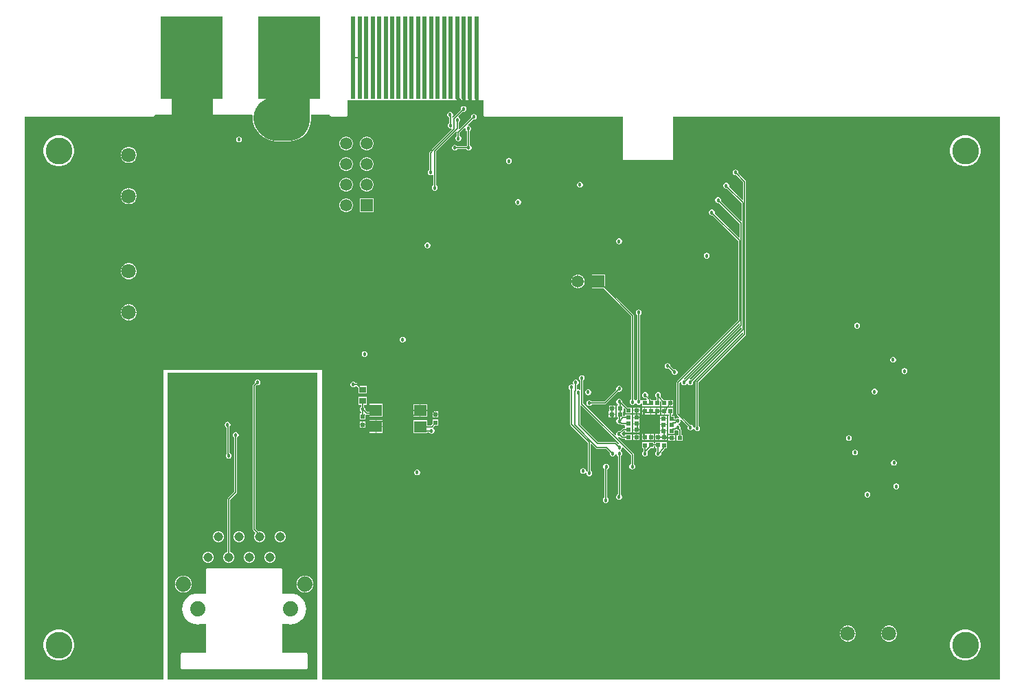
<source format=gbl>
G04*
G04 #@! TF.GenerationSoftware,Altium Limited,Altium Designer,21.5.1 (32)*
G04*
G04 Layer_Physical_Order=4*
G04 Layer_Color=16711680*
%FSLAX25Y25*%
%MOIN*%
G70*
G04*
G04 #@! TF.SameCoordinates,079112F4-4741-4D31-AB02-8D1F8DC72164*
G04*
G04*
G04 #@! TF.FilePolarity,Positive*
G04*
G01*
G75*
%ADD15C,0.01000*%
%ADD46C,0.07100*%
%ADD51R,0.03543X0.03150*%
%ADD52R,0.02362X0.01968*%
%ADD54R,0.01968X0.02362*%
%ADD59R,0.05906X0.05512*%
%ADD68R,0.30300X0.40000*%
%ADD69R,0.01968X0.40000*%
%ADD70C,0.00500*%
%ADD71C,0.01500*%
%ADD72R,0.05906X0.05906*%
%ADD73C,0.05906*%
%ADD74C,0.07400*%
%ADD75C,0.04500*%
%ADD76R,0.05906X0.05906*%
%ADD77C,0.13000*%
%ADD78C,0.01772*%
%ADD79C,0.02000*%
%ADD80C,0.01800*%
%ADD81C,0.01968*%
%ADD93C,0.20000*%
%ADD94C,0.00354*%
G36*
X223584Y313950D02*
X223645Y313643D01*
X223819Y313383D01*
X224079Y313209D01*
X224387Y313147D01*
X291254D01*
Y292252D01*
X291367Y291981D01*
X291638Y291868D01*
X315260D01*
X315531Y291981D01*
X315643Y292252D01*
Y313147D01*
X474247D01*
Y39753D01*
X145500D01*
Y190000D01*
X68500D01*
Y39753D01*
X853D01*
Y313147D01*
X63386D01*
X63694Y313209D01*
X63954Y313383D01*
X64128Y313643D01*
X64189Y313950D01*
Y314000D01*
X111363D01*
X111703Y313633D01*
X111614Y312500D01*
X111741Y310875D01*
X112122Y309290D01*
X112746Y307785D01*
X113597Y306395D01*
X114656Y305156D01*
X115688Y304124D01*
X116927Y303065D01*
X118317Y302214D01*
X119822Y301590D01*
X121407Y301209D01*
X123032Y301082D01*
X129500D01*
X131125Y301209D01*
X132710Y301590D01*
X134215Y302214D01*
X135605Y303065D01*
X136844Y304124D01*
X137903Y305363D01*
X138754Y306753D01*
X139378Y308259D01*
X139759Y309843D01*
X139886Y311468D01*
Y314000D01*
X149084D01*
Y313950D01*
X149145Y313643D01*
X149319Y313383D01*
X149579Y313209D01*
X149887Y313147D01*
X156886D01*
X157194Y313209D01*
X157454Y313383D01*
X157628Y313643D01*
X157689Y313950D01*
Y321000D01*
X223584D01*
Y313950D01*
D02*
G37*
G36*
X143000Y39753D02*
X70500D01*
Y188750D01*
X143000D01*
Y39753D01*
D02*
G37*
%LPC*%
G36*
X214279Y318250D02*
X213721D01*
X213207Y318037D01*
X212813Y317643D01*
X212600Y317128D01*
Y316571D01*
X212657Y316433D01*
X208915Y312690D01*
X208715Y312702D01*
X208396Y312793D01*
X208379Y312915D01*
X208679Y313215D01*
X208892Y313730D01*
Y314287D01*
X208679Y314801D01*
X208285Y315195D01*
X207770Y315408D01*
X207213D01*
X206699Y315195D01*
X206305Y314801D01*
X206092Y314287D01*
Y313730D01*
X206305Y313215D01*
X206699Y312821D01*
X206938Y312722D01*
Y309928D01*
X206899Y309912D01*
X206505Y309518D01*
X206292Y309003D01*
Y308447D01*
X206505Y307932D01*
X206899Y307538D01*
X207413Y307325D01*
X207970D01*
X207995Y307335D01*
X208278Y306911D01*
X198683Y297316D01*
X198536Y296961D01*
X197538Y295963D01*
X197346Y295500D01*
Y287244D01*
X197207Y287187D01*
X196813Y286793D01*
X196600Y286279D01*
Y285721D01*
X196813Y285207D01*
X197207Y284813D01*
X197722Y284600D01*
X198278D01*
X198793Y284813D01*
X198846Y284866D01*
X199346Y284659D01*
Y279744D01*
X199207Y279687D01*
X198813Y279293D01*
X198600Y278779D01*
Y278222D01*
X198813Y277707D01*
X199207Y277313D01*
X199722Y277100D01*
X200278D01*
X200793Y277313D01*
X201187Y277707D01*
X201400Y278222D01*
Y278779D01*
X201187Y279293D01*
X200793Y279687D01*
X200654Y279744D01*
Y296229D01*
X210573Y306148D01*
X210997Y305865D01*
X210846Y305500D01*
Y303744D01*
X210707Y303687D01*
X210313Y303293D01*
X210100Y302779D01*
Y302221D01*
X210313Y301707D01*
X210707Y301313D01*
X211222Y301100D01*
X211778D01*
X212293Y301313D01*
X212687Y301707D01*
X212900Y302221D01*
Y302779D01*
X212687Y303293D01*
X212293Y303687D01*
X212154Y303744D01*
Y305229D01*
X214350Y307425D01*
X214850Y307218D01*
Y306972D01*
X215063Y306457D01*
X215457Y306063D01*
X215721Y305954D01*
Y299193D01*
X215707Y299187D01*
X215313Y298793D01*
X215256Y298654D01*
X210966D01*
X210909Y298793D01*
X210515Y299187D01*
X210000Y299400D01*
X209444D01*
X208929Y299187D01*
X208535Y298793D01*
X208322Y298278D01*
Y297722D01*
X208535Y297207D01*
X208929Y296813D01*
X209444Y296600D01*
X210000D01*
X210515Y296813D01*
X210909Y297207D01*
X210966Y297346D01*
X215256D01*
X215313Y297207D01*
X215707Y296813D01*
X216221Y296600D01*
X216778D01*
X217293Y296813D01*
X217687Y297207D01*
X217900Y297722D01*
Y298278D01*
X217687Y298793D01*
X217293Y299187D01*
X217029Y299296D01*
Y306057D01*
X217043Y306063D01*
X217437Y306457D01*
X217650Y306972D01*
Y307528D01*
X217437Y308043D01*
X217043Y308437D01*
X216529Y308650D01*
X216282D01*
X216075Y309150D01*
X218583Y311658D01*
X218722Y311600D01*
X219279D01*
X219793Y311813D01*
X220187Y312207D01*
X220400Y312721D01*
Y313279D01*
X220187Y313793D01*
X219793Y314187D01*
X219279Y314400D01*
X218722D01*
X218207Y314187D01*
X217813Y313793D01*
X217600Y313279D01*
Y312721D01*
X217657Y312583D01*
X211919Y306844D01*
X211495Y307127D01*
X211646Y307492D01*
Y310264D01*
X211785Y310321D01*
X212179Y310715D01*
X212392Y311230D01*
Y311787D01*
X212179Y312301D01*
X211785Y312695D01*
X211567Y312785D01*
X211445Y313370D01*
X213583Y315508D01*
X213721Y315450D01*
X214279D01*
X214793Y315663D01*
X215187Y316057D01*
X215400Y316571D01*
Y317128D01*
X215187Y317643D01*
X214793Y318037D01*
X214279Y318250D01*
D02*
G37*
G36*
X105279Y303400D02*
X104721D01*
X104207Y303187D01*
X103813Y302793D01*
X103600Y302278D01*
Y301722D01*
X103813Y301207D01*
X104207Y300813D01*
X104721Y300600D01*
X105279D01*
X105793Y300813D01*
X106187Y301207D01*
X106400Y301722D01*
Y302278D01*
X106187Y302793D01*
X105793Y303187D01*
X105279Y303400D01*
D02*
G37*
G36*
X167435Y303307D02*
X166565D01*
X165724Y303082D01*
X164969Y302646D01*
X164354Y302031D01*
X163918Y301276D01*
X163693Y300435D01*
Y299565D01*
X163918Y298724D01*
X164354Y297969D01*
X164969Y297354D01*
X165724Y296918D01*
X166565Y296693D01*
X167435D01*
X168277Y296918D01*
X169031Y297354D01*
X169646Y297969D01*
X170082Y298724D01*
X170307Y299565D01*
Y300435D01*
X170082Y301276D01*
X169646Y302031D01*
X169031Y302646D01*
X168277Y303082D01*
X167435Y303307D01*
D02*
G37*
G36*
X157435D02*
X156565D01*
X155724Y303082D01*
X154969Y302646D01*
X154354Y302031D01*
X153918Y301276D01*
X153693Y300435D01*
Y299565D01*
X153918Y298724D01*
X154354Y297969D01*
X154969Y297354D01*
X155724Y296918D01*
X156565Y296693D01*
X157435D01*
X158276Y296918D01*
X159031Y297354D01*
X159646Y297969D01*
X160082Y298724D01*
X160307Y299565D01*
Y300435D01*
X160082Y301276D01*
X159646Y302031D01*
X159031Y302646D01*
X158276Y303082D01*
X157435Y303307D01*
D02*
G37*
G36*
X52014Y298404D02*
X50986D01*
X49993Y298138D01*
X49103Y297624D01*
X48376Y296897D01*
X47862Y296007D01*
X47596Y295014D01*
Y293986D01*
X47862Y292993D01*
X48376Y292103D01*
X49103Y291376D01*
X49993Y290862D01*
X50986Y290596D01*
X52014D01*
X53007Y290862D01*
X53897Y291376D01*
X54624Y292103D01*
X55138Y292993D01*
X55404Y293986D01*
Y295014D01*
X55138Y296007D01*
X54624Y296897D01*
X53897Y297624D01*
X53007Y298138D01*
X52014Y298404D01*
D02*
G37*
G36*
X236279Y292900D02*
X235721D01*
X235207Y292687D01*
X234813Y292293D01*
X234600Y291778D01*
Y291221D01*
X234813Y290707D01*
X235207Y290313D01*
X235721Y290100D01*
X236279D01*
X236793Y290313D01*
X237187Y290707D01*
X237400Y291221D01*
Y291778D01*
X237187Y292293D01*
X236793Y292687D01*
X236279Y292900D01*
D02*
G37*
G36*
X458287Y303935D02*
X456813D01*
X455367Y303647D01*
X454005Y303083D01*
X452779Y302264D01*
X451737Y301221D01*
X450918Y299995D01*
X450353Y298633D01*
X450066Y297187D01*
Y295713D01*
X450353Y294267D01*
X450918Y292905D01*
X451737Y291679D01*
X452779Y290637D01*
X454005Y289818D01*
X455367Y289254D01*
X456813Y288966D01*
X458287D01*
X459733Y289254D01*
X461095Y289818D01*
X462321Y290637D01*
X463363Y291679D01*
X464182Y292905D01*
X464747Y294267D01*
X465034Y295713D01*
Y297187D01*
X464747Y298633D01*
X464182Y299995D01*
X463363Y301221D01*
X462321Y302264D01*
X461095Y303083D01*
X459733Y303647D01*
X458287Y303935D01*
D02*
G37*
G36*
X18287D02*
X16813D01*
X15367Y303647D01*
X14005Y303083D01*
X12779Y302264D01*
X11737Y301221D01*
X10917Y299995D01*
X10353Y298633D01*
X10066Y297187D01*
Y295713D01*
X10353Y294267D01*
X10917Y292905D01*
X11737Y291679D01*
X12779Y290637D01*
X14005Y289818D01*
X15367Y289254D01*
X16813Y288966D01*
X18287D01*
X19733Y289254D01*
X21095Y289818D01*
X22321Y290637D01*
X23363Y291679D01*
X24182Y292905D01*
X24747Y294267D01*
X25034Y295713D01*
Y297187D01*
X24747Y298633D01*
X24182Y299995D01*
X23363Y301221D01*
X22321Y302264D01*
X21095Y303083D01*
X19733Y303647D01*
X18287Y303935D01*
D02*
G37*
G36*
X167435Y293307D02*
X166565D01*
X165724Y293082D01*
X164969Y292646D01*
X164354Y292031D01*
X163918Y291277D01*
X163693Y290435D01*
Y289565D01*
X163918Y288723D01*
X164354Y287969D01*
X164969Y287354D01*
X165724Y286918D01*
X166565Y286693D01*
X167435D01*
X168277Y286918D01*
X169031Y287354D01*
X169646Y287969D01*
X170082Y288723D01*
X170307Y289565D01*
Y290435D01*
X170082Y291277D01*
X169646Y292031D01*
X169031Y292646D01*
X168277Y293082D01*
X167435Y293307D01*
D02*
G37*
G36*
X157435D02*
X156565D01*
X155724Y293082D01*
X154969Y292646D01*
X154354Y292031D01*
X153918Y291277D01*
X153693Y290435D01*
Y289565D01*
X153918Y288723D01*
X154354Y287969D01*
X154969Y287354D01*
X155724Y286918D01*
X156565Y286693D01*
X157435D01*
X158276Y286918D01*
X159031Y287354D01*
X159646Y287969D01*
X160082Y288723D01*
X160307Y289565D01*
Y290435D01*
X160082Y291277D01*
X159646Y292031D01*
X159031Y292646D01*
X158276Y293082D01*
X157435Y293307D01*
D02*
G37*
G36*
X270778Y281400D02*
X270221D01*
X269707Y281187D01*
X269313Y280793D01*
X269100Y280278D01*
Y279721D01*
X269313Y279207D01*
X269707Y278813D01*
X270221Y278600D01*
X270778D01*
X271293Y278813D01*
X271687Y279207D01*
X271900Y279721D01*
Y280278D01*
X271687Y280793D01*
X271293Y281187D01*
X270778Y281400D01*
D02*
G37*
G36*
X167435Y283307D02*
X166565D01*
X165724Y283082D01*
X164969Y282646D01*
X164354Y282031D01*
X163918Y281276D01*
X163693Y280435D01*
Y279565D01*
X163918Y278724D01*
X164354Y277969D01*
X164969Y277354D01*
X165724Y276918D01*
X166565Y276693D01*
X167435D01*
X168277Y276918D01*
X169031Y277354D01*
X169646Y277969D01*
X170082Y278724D01*
X170307Y279565D01*
Y280435D01*
X170082Y281276D01*
X169646Y282031D01*
X169031Y282646D01*
X168277Y283082D01*
X167435Y283307D01*
D02*
G37*
G36*
X157435D02*
X156565D01*
X155724Y283082D01*
X154969Y282646D01*
X154354Y282031D01*
X153918Y281276D01*
X153693Y280435D01*
Y279565D01*
X153918Y278724D01*
X154354Y277969D01*
X154969Y277354D01*
X155724Y276918D01*
X156565Y276693D01*
X157435D01*
X158276Y276918D01*
X159031Y277354D01*
X159646Y277969D01*
X160082Y278724D01*
X160307Y279565D01*
Y280435D01*
X160082Y281276D01*
X159646Y282031D01*
X159031Y282646D01*
X158276Y283082D01*
X157435Y283307D01*
D02*
G37*
G36*
X52013Y278400D02*
X51675D01*
Y274675D01*
X55400D01*
Y275013D01*
X55134Y276005D01*
X54621Y276895D01*
X53895Y277621D01*
X53005Y278134D01*
X52013Y278400D01*
D02*
G37*
G36*
X51325D02*
X50987D01*
X49995Y278134D01*
X49105Y277621D01*
X48379Y276895D01*
X47866Y276005D01*
X47600Y275013D01*
Y274675D01*
X51325D01*
Y278400D01*
D02*
G37*
G36*
X346279Y287400D02*
X345722D01*
X345207Y287187D01*
X344813Y286793D01*
X344600Y286279D01*
Y285721D01*
X344813Y285207D01*
X345207Y284813D01*
X345722Y284600D01*
X346279D01*
X346417Y284658D01*
X349846Y281229D01*
Y272732D01*
X349384Y272541D01*
X342843Y279083D01*
X342900Y279222D01*
Y279779D01*
X342687Y280293D01*
X342293Y280687D01*
X341778Y280900D01*
X341221D01*
X340707Y280687D01*
X340313Y280293D01*
X340100Y279779D01*
Y279222D01*
X340313Y278707D01*
X340707Y278313D01*
X341221Y278100D01*
X341778D01*
X341917Y278157D01*
X348992Y271083D01*
Y262650D01*
X348530Y262458D01*
X338874Y272114D01*
X338931Y272253D01*
Y272810D01*
X338718Y273324D01*
X338324Y273718D01*
X337810Y273932D01*
X337253D01*
X336738Y273718D01*
X336345Y273324D01*
X336132Y272810D01*
Y272253D01*
X336345Y271739D01*
X336738Y271345D01*
X337253Y271131D01*
X337810D01*
X337949Y271189D01*
X348137Y261001D01*
Y254441D01*
X347675Y254250D01*
X335842Y266083D01*
X335900Y266221D01*
Y266778D01*
X335687Y267293D01*
X335293Y267687D01*
X334778Y267900D01*
X334222D01*
X333707Y267687D01*
X333313Y267293D01*
X333100Y266778D01*
Y266221D01*
X333313Y265707D01*
X333707Y265313D01*
X334222Y265100D01*
X334778D01*
X334917Y265158D01*
X347283Y252792D01*
Y214208D01*
X317537Y184462D01*
X317346Y184000D01*
Y168575D01*
X317537Y168113D01*
X318760Y166890D01*
X318477Y166466D01*
X318154Y166600D01*
X317597D01*
X317082Y166387D01*
X317069Y166374D01*
X316957Y166420D01*
X316504D01*
Y167839D01*
X315154D01*
Y168496D01*
X315839D01*
Y171567D01*
X313333D01*
X313161Y171567D01*
X312664Y171563D01*
X311675D01*
Y170031D01*
Y168500D01*
X312664D01*
X313161Y168496D01*
X313333Y168496D01*
X313846D01*
Y167839D01*
X313433D01*
Y165161D01*
X313433D01*
Y164839D01*
X313433D01*
Y162161D01*
X313433D01*
X313402Y161839D01*
X313402D01*
X313402Y161674D01*
Y159161D01*
X316472D01*
Y160580D01*
X316694D01*
X317157Y160772D01*
X317208Y160823D01*
X317596Y160662D01*
X318128D01*
X318314Y160475D01*
Y158339D01*
X317433D01*
Y155661D01*
X320504D01*
Y158339D01*
X319623D01*
Y160746D01*
X319431Y161209D01*
X319152Y161488D01*
X319274Y161784D01*
Y162340D01*
X319061Y162855D01*
X318667Y163249D01*
X318398Y163360D01*
Y163901D01*
X318668Y164013D01*
X319062Y164407D01*
X319275Y164921D01*
Y165479D01*
X319141Y165802D01*
X319565Y166085D01*
X322930Y162720D01*
X322773Y162341D01*
Y161784D01*
X322986Y161269D01*
X323380Y160875D01*
X323895Y160662D01*
X324452D01*
X324966Y160875D01*
X325360Y161269D01*
X325500Y161607D01*
X326000Y161507D01*
Y161397D01*
X326213Y160882D01*
X326607Y160488D01*
X327121Y160275D01*
X327678D01*
X328193Y160488D01*
X328587Y160882D01*
X328800Y161397D01*
Y161953D01*
X328587Y162468D01*
X328193Y162862D01*
X328054Y162919D01*
Y184129D01*
X350962Y207037D01*
X351154Y207500D01*
Y281500D01*
X350962Y281962D01*
X347342Y285583D01*
X347400Y285721D01*
Y286279D01*
X347187Y286793D01*
X346793Y287187D01*
X346279Y287400D01*
D02*
G37*
G36*
X55400Y274325D02*
X51675D01*
Y270600D01*
X52013D01*
X53005Y270866D01*
X53895Y271379D01*
X54621Y272105D01*
X55134Y272995D01*
X55400Y273987D01*
Y274325D01*
D02*
G37*
G36*
X51325D02*
X47600D01*
Y273987D01*
X47866Y272995D01*
X48379Y272105D01*
X49105Y271379D01*
X49995Y270866D01*
X50987Y270600D01*
X51325D01*
Y274325D01*
D02*
G37*
G36*
X240778Y272900D02*
X240222D01*
X239707Y272687D01*
X239313Y272293D01*
X239100Y271778D01*
Y271221D01*
X239313Y270707D01*
X239707Y270313D01*
X240222Y270100D01*
X240778D01*
X241293Y270313D01*
X241687Y270707D01*
X241900Y271221D01*
Y271778D01*
X241687Y272293D01*
X241293Y272687D01*
X240778Y272900D01*
D02*
G37*
G36*
X170307Y273307D02*
X163693D01*
Y266693D01*
X170307D01*
Y273307D01*
D02*
G37*
G36*
X157435D02*
X156565D01*
X155724Y273082D01*
X154969Y272646D01*
X154354Y272031D01*
X153918Y271276D01*
X153693Y270435D01*
Y269565D01*
X153918Y268724D01*
X154354Y267969D01*
X154969Y267354D01*
X155724Y266918D01*
X156565Y266693D01*
X157435D01*
X158276Y266918D01*
X159031Y267354D01*
X159646Y267969D01*
X160082Y268724D01*
X160307Y269565D01*
Y270435D01*
X160082Y271276D01*
X159646Y272031D01*
X159031Y272646D01*
X158276Y273082D01*
X157435Y273307D01*
D02*
G37*
G36*
X289778Y253900D02*
X289222D01*
X288707Y253687D01*
X288313Y253293D01*
X288100Y252779D01*
Y252221D01*
X288313Y251707D01*
X288707Y251313D01*
X289222Y251100D01*
X289778D01*
X290293Y251313D01*
X290687Y251707D01*
X290900Y252221D01*
Y252779D01*
X290687Y253293D01*
X290293Y253687D01*
X289778Y253900D01*
D02*
G37*
G36*
X196779Y251900D02*
X196221D01*
X195707Y251687D01*
X195313Y251293D01*
X195100Y250779D01*
Y250221D01*
X195313Y249707D01*
X195707Y249313D01*
X196221Y249100D01*
X196779D01*
X197293Y249313D01*
X197687Y249707D01*
X197900Y250221D01*
Y250779D01*
X197687Y251293D01*
X197293Y251687D01*
X196779Y251900D01*
D02*
G37*
G36*
X332278Y246900D02*
X331721D01*
X331207Y246687D01*
X330813Y246293D01*
X330600Y245778D01*
Y245221D01*
X330813Y244707D01*
X331207Y244313D01*
X331721Y244100D01*
X332278D01*
X332793Y244313D01*
X333187Y244707D01*
X333400Y245221D01*
Y245778D01*
X333187Y246293D01*
X332793Y246687D01*
X332278Y246900D01*
D02*
G37*
G36*
X52014Y241904D02*
X50986D01*
X49993Y241638D01*
X49103Y241124D01*
X48376Y240397D01*
X47862Y239507D01*
X47596Y238514D01*
Y237486D01*
X47862Y236493D01*
X48376Y235603D01*
X49103Y234876D01*
X49993Y234362D01*
X50986Y234096D01*
X52014D01*
X53007Y234362D01*
X53897Y234876D01*
X54624Y235603D01*
X55138Y236493D01*
X55404Y237486D01*
Y238514D01*
X55138Y239507D01*
X54624Y240397D01*
X53897Y241124D01*
X53007Y241638D01*
X52014Y241904D01*
D02*
G37*
G36*
X269935Y236303D02*
X269675D01*
Y233175D01*
X272803D01*
Y233435D01*
X272578Y234275D01*
X272143Y235028D01*
X271528Y235643D01*
X270775Y236078D01*
X269935Y236303D01*
D02*
G37*
G36*
X269325D02*
X269065D01*
X268225Y236078D01*
X267472Y235643D01*
X266857Y235028D01*
X266422Y234275D01*
X266197Y233435D01*
Y233175D01*
X269325D01*
Y236303D01*
D02*
G37*
G36*
X272803Y232825D02*
X269675D01*
Y229697D01*
X269935D01*
X270775Y229922D01*
X271528Y230357D01*
X272143Y230972D01*
X272578Y231725D01*
X272803Y232565D01*
Y232825D01*
D02*
G37*
G36*
X269325D02*
X266197D01*
Y232565D01*
X266422Y231725D01*
X266857Y230972D01*
X267472Y230357D01*
X268225Y229922D01*
X269065Y229697D01*
X269325D01*
Y232825D01*
D02*
G37*
G36*
X52013Y221900D02*
X51675D01*
Y218175D01*
X55400D01*
Y218513D01*
X55134Y219505D01*
X54621Y220395D01*
X53895Y221121D01*
X53005Y221634D01*
X52013Y221900D01*
D02*
G37*
G36*
X51325D02*
X50987D01*
X49995Y221634D01*
X49105Y221121D01*
X48379Y220395D01*
X47866Y219505D01*
X47600Y218513D01*
Y218175D01*
X51325D01*
Y221900D01*
D02*
G37*
G36*
X55400Y217825D02*
X51675D01*
Y214100D01*
X52013D01*
X53005Y214366D01*
X53895Y214879D01*
X54621Y215605D01*
X55134Y216495D01*
X55400Y217487D01*
Y217825D01*
D02*
G37*
G36*
X51325D02*
X47600D01*
Y217487D01*
X47866Y216495D01*
X48379Y215605D01*
X49105Y214879D01*
X49995Y214366D01*
X50987Y214100D01*
X51325D01*
Y217825D01*
D02*
G37*
G36*
X405278Y212900D02*
X404721D01*
X404207Y212687D01*
X403813Y212293D01*
X403600Y211778D01*
Y211222D01*
X403813Y210707D01*
X404207Y210313D01*
X404721Y210100D01*
X405278D01*
X405793Y210313D01*
X406187Y210707D01*
X406400Y211222D01*
Y211778D01*
X406187Y212293D01*
X405793Y212687D01*
X405278Y212900D01*
D02*
G37*
G36*
X184733Y206198D02*
X184176D01*
X183661Y205985D01*
X183268Y205591D01*
X183054Y205077D01*
Y204520D01*
X183268Y204005D01*
X183661Y203611D01*
X184176Y203398D01*
X184733D01*
X185248Y203611D01*
X185641Y204005D01*
X185854Y204520D01*
Y205077D01*
X185641Y205591D01*
X185248Y205985D01*
X184733Y206198D01*
D02*
G37*
G36*
X166233Y199198D02*
X165676D01*
X165161Y198985D01*
X164768Y198591D01*
X164554Y198077D01*
Y197520D01*
X164768Y197005D01*
X165161Y196611D01*
X165676Y196398D01*
X166233D01*
X166747Y196611D01*
X167141Y197005D01*
X167354Y197520D01*
Y198077D01*
X167141Y198591D01*
X166747Y198985D01*
X166233Y199198D01*
D02*
G37*
G36*
X422779Y196400D02*
X422222D01*
X421707Y196187D01*
X421313Y195793D01*
X421100Y195279D01*
Y194721D01*
X421313Y194207D01*
X421707Y193813D01*
X422222Y193600D01*
X422779D01*
X423293Y193813D01*
X423687Y194207D01*
X423900Y194721D01*
Y195279D01*
X423687Y195793D01*
X423293Y196187D01*
X422779Y196400D01*
D02*
G37*
G36*
X428278Y190900D02*
X427722D01*
X427207Y190687D01*
X426813Y190293D01*
X426600Y189778D01*
Y189222D01*
X426813Y188707D01*
X427207Y188313D01*
X427722Y188100D01*
X428278D01*
X428793Y188313D01*
X429187Y188707D01*
X429400Y189222D01*
Y189778D01*
X429187Y190293D01*
X428793Y190687D01*
X428278Y190900D01*
D02*
G37*
G36*
X313279Y193400D02*
X312721D01*
X312207Y193187D01*
X311813Y192793D01*
X311600Y192279D01*
Y191721D01*
X311813Y191207D01*
X312207Y190813D01*
X312721Y190600D01*
X313279D01*
X313594Y190731D01*
X315100Y189225D01*
Y188722D01*
X315313Y188207D01*
X315707Y187813D01*
X316221Y187600D01*
X316778D01*
X317293Y187813D01*
X317687Y188207D01*
X317900Y188722D01*
Y189278D01*
X317687Y189793D01*
X317293Y190187D01*
X316778Y190400D01*
X316221D01*
X315906Y190269D01*
X314400Y191775D01*
Y192279D01*
X314187Y192793D01*
X313793Y193187D01*
X313279Y193400D01*
D02*
G37*
G36*
X271654Y187524D02*
X271097D01*
X270583Y187311D01*
X270189Y186917D01*
X269976Y186403D01*
Y185846D01*
X270189Y185331D01*
X270583Y184938D01*
X270846Y184828D01*
Y180787D01*
X270346Y180470D01*
X270112Y180567D01*
X269555D01*
X269154Y180834D01*
Y182756D01*
X269293Y182813D01*
X269687Y183207D01*
X269900Y183721D01*
Y184279D01*
X269687Y184793D01*
X269293Y185187D01*
X268778Y185400D01*
X268221D01*
X267707Y185187D01*
X267313Y184793D01*
X267100Y184279D01*
Y183721D01*
X267263Y183328D01*
X266990Y182969D01*
X266930Y182925D01*
X266629Y183050D01*
X266072D01*
X265557Y182837D01*
X265163Y182443D01*
X264950Y181929D01*
Y181371D01*
X265163Y180857D01*
X265557Y180463D01*
X265696Y180406D01*
Y163650D01*
X265887Y163188D01*
X274346Y154729D01*
Y141146D01*
X274207Y141088D01*
X273900Y140781D01*
X273491Y140882D01*
X273400Y140934D01*
Y141279D01*
X273187Y141793D01*
X272793Y142187D01*
X272278Y142400D01*
X271722D01*
X271207Y142187D01*
X270813Y141793D01*
X270600Y141279D01*
Y140721D01*
X270813Y140207D01*
X271207Y139813D01*
X271722Y139600D01*
X272278D01*
X272793Y139813D01*
X273100Y140120D01*
X273509Y140020D01*
X273600Y139967D01*
Y139623D01*
X273813Y139108D01*
X274207Y138714D01*
X274722Y138501D01*
X275278D01*
X275793Y138714D01*
X276187Y139108D01*
X276400Y139623D01*
Y140180D01*
X276187Y140694D01*
X275793Y141088D01*
X275654Y141146D01*
Y154059D01*
X276116Y154251D01*
X278329Y152038D01*
X278792Y151846D01*
X283029D01*
X285007Y149868D01*
X284939Y149704D01*
Y149147D01*
X285153Y148632D01*
X285546Y148238D01*
X286061Y148025D01*
X286618D01*
X287132Y148238D01*
X287526Y148632D01*
X287703Y149058D01*
X287721Y149062D01*
X288184D01*
X288203Y149058D01*
X288379Y148632D01*
X288773Y148238D01*
X288879Y148195D01*
Y129608D01*
X288707Y129537D01*
X288313Y129143D01*
X288100Y128629D01*
Y128071D01*
X288313Y127557D01*
X288707Y127163D01*
X289222Y126950D01*
X289778D01*
X290293Y127163D01*
X290687Y127557D01*
X290900Y128071D01*
Y128629D01*
X290687Y129143D01*
X290293Y129537D01*
X290187Y129581D01*
Y148167D01*
X290359Y148238D01*
X290753Y148632D01*
X290966Y149147D01*
Y149704D01*
X290753Y150218D01*
X290359Y150612D01*
X290183Y150685D01*
Y151226D01*
X290393Y151313D01*
X290787Y151707D01*
X291000Y152222D01*
Y152368D01*
X291500Y152575D01*
X295211Y148864D01*
Y144370D01*
X295072Y144313D01*
X294678Y143919D01*
X294465Y143404D01*
Y142848D01*
X294678Y142333D01*
X295072Y141939D01*
X295587Y141726D01*
X296144D01*
X296658Y141939D01*
X297052Y142333D01*
X297265Y142848D01*
Y143404D01*
X297052Y143919D01*
X296658Y144313D01*
X296519Y144370D01*
Y149135D01*
X296328Y149597D01*
X288828Y157097D01*
X289112Y157520D01*
X289222Y157475D01*
X289778D01*
X289917Y157533D01*
X290412Y157037D01*
X290875Y156846D01*
X292496D01*
Y156161D01*
X295567D01*
Y158839D01*
X292496D01*
Y158154D01*
X291192D01*
X290878Y158543D01*
X290900Y158597D01*
Y159153D01*
X290843Y159292D01*
X291896Y160346D01*
X292496D01*
Y159661D01*
X295567D01*
Y162161D01*
X295567Y162661D01*
X295567Y162839D01*
Y165339D01*
X295567D01*
Y165661D01*
X295567D01*
Y168339D01*
X292496D01*
Y167654D01*
X291472D01*
Y169839D01*
X291473D01*
X291535Y170161D01*
X291535Y170161D01*
X291535Y170312D01*
Y171252D01*
X291997Y171444D01*
X292528Y170914D01*
Y169161D01*
X295598D01*
Y171839D01*
X293453D01*
X290928Y174364D01*
Y174862D01*
X290714Y175376D01*
X290321Y175770D01*
X289806Y175984D01*
X289249D01*
X288735Y175770D01*
X288341Y175376D01*
X288128Y174862D01*
Y174305D01*
X288341Y173790D01*
X288735Y173397D01*
X288875Y173339D01*
X288775Y172839D01*
X288465D01*
Y170161D01*
X288465D01*
X288402Y169839D01*
X288402Y169839D01*
X288402Y169687D01*
Y167161D01*
X288871D01*
Y166394D01*
X288732Y166337D01*
X288338Y165943D01*
X288125Y165428D01*
Y164872D01*
X288338Y164357D01*
X288732Y163963D01*
X289247Y163750D01*
X289804D01*
X289966Y163817D01*
X290246Y163538D01*
X290708Y163346D01*
X292143D01*
X292496Y162992D01*
X292496Y162339D01*
X292496Y162161D01*
Y161654D01*
X291625D01*
X291162Y161462D01*
X289917Y160217D01*
X289778Y160275D01*
X289222D01*
X288707Y160062D01*
X288313Y159668D01*
X288100Y159153D01*
Y158597D01*
X288145Y158487D01*
X287722Y158203D01*
X272154Y173771D01*
Y184932D01*
X272169Y184938D01*
X272563Y185331D01*
X272776Y185846D01*
Y186403D01*
X272563Y186917D01*
X272169Y187311D01*
X271654Y187524D01*
D02*
G37*
G36*
X289845Y182321D02*
X289288D01*
X288773Y182108D01*
X288379Y181714D01*
X288166Y181200D01*
Y180643D01*
X288224Y180504D01*
X282374Y174654D01*
X276244D01*
X276187Y174793D01*
X275793Y175187D01*
X275278Y175400D01*
X274722D01*
X274207Y175187D01*
X273813Y174793D01*
X273600Y174278D01*
Y173722D01*
X273813Y173207D01*
X274207Y172813D01*
X274722Y172600D01*
X275278D01*
X275793Y172813D01*
X276187Y173207D01*
X276244Y173346D01*
X282645D01*
X283107Y173538D01*
X289149Y179579D01*
X289288Y179521D01*
X289845D01*
X290359Y179734D01*
X290753Y180128D01*
X290966Y180643D01*
Y181200D01*
X290753Y181714D01*
X290359Y182108D01*
X289845Y182321D01*
D02*
G37*
G36*
X160778Y184400D02*
X160222D01*
X159707Y184187D01*
X159313Y183793D01*
X159100Y183279D01*
Y182721D01*
X159313Y182207D01*
X159707Y181813D01*
X160222Y181600D01*
X160778D01*
X161293Y181813D01*
X161687Y182207D01*
X162206Y182184D01*
X162874Y181516D01*
Y178583D01*
X167126D01*
Y182441D01*
X163799D01*
X162777Y183463D01*
X162315Y183654D01*
X161744D01*
X161687Y183793D01*
X161293Y184187D01*
X160778Y184400D01*
D02*
G37*
G36*
X413778Y180900D02*
X413222D01*
X412707Y180687D01*
X412313Y180293D01*
X412100Y179779D01*
Y179221D01*
X412313Y178707D01*
X412707Y178313D01*
X413222Y178100D01*
X413778D01*
X414293Y178313D01*
X414687Y178707D01*
X414900Y179221D01*
Y179779D01*
X414687Y180293D01*
X414293Y180687D01*
X413778Y180900D01*
D02*
G37*
G36*
X274779Y180600D02*
X274221D01*
X273707Y180387D01*
X273313Y179993D01*
X273100Y179479D01*
Y178921D01*
X273313Y178407D01*
X273707Y178013D01*
X274221Y177800D01*
X274779D01*
X275293Y178013D01*
X275687Y178407D01*
X275900Y178921D01*
Y179479D01*
X275687Y179993D01*
X275293Y180387D01*
X274779Y180600D01*
D02*
G37*
G36*
X314675Y175500D02*
Y174144D01*
X315834D01*
Y175500D01*
X314675D01*
D02*
G37*
G36*
X315834Y173793D02*
X314675D01*
Y172437D01*
X315834D01*
Y173793D01*
D02*
G37*
G36*
X282807Y236307D02*
X276193D01*
Y229693D01*
X281882D01*
X295346Y216229D01*
Y175744D01*
X295207Y175687D01*
X294813Y175293D01*
X294600Y174778D01*
Y174222D01*
X294813Y173707D01*
X295207Y173313D01*
X295722Y173100D01*
X296279D01*
X296793Y173313D01*
X297187Y173707D01*
X297235Y173823D01*
X297776D01*
X297790Y173790D01*
X298183Y173397D01*
X298698Y173184D01*
X299255D01*
X299769Y173397D01*
X300161Y173789D01*
X300172Y173789D01*
X300661Y173687D01*
Y172433D01*
X303339D01*
Y172433D01*
X303661D01*
Y172433D01*
X306161D01*
X306661Y172433D01*
X306839Y172433D01*
X309339D01*
Y174748D01*
X309801Y174940D01*
X310161Y174579D01*
Y172433D01*
X312667D01*
X312839Y172433D01*
X313336Y172437D01*
X314325D01*
Y173969D01*
Y175500D01*
X313336D01*
X312839Y175504D01*
X312667Y175504D01*
X311087D01*
X309593Y176998D01*
X309612Y177017D01*
X309825Y177532D01*
Y178088D01*
X309612Y178603D01*
X309218Y178997D01*
X308704Y179210D01*
X308147D01*
X307632Y178997D01*
X307238Y178603D01*
X307025Y178088D01*
Y177532D01*
X307238Y177017D01*
X307632Y176623D01*
X307771Y176566D01*
Y175857D01*
X307417Y175504D01*
X306339Y175504D01*
X306161Y175504D01*
X305025D01*
Y175565D01*
X304833Y176028D01*
X303468Y177393D01*
X303526Y177532D01*
Y178088D01*
X303313Y178603D01*
X302919Y178997D01*
X302404Y179210D01*
X301848D01*
X301333Y178997D01*
X300939Y178603D01*
X300726Y178088D01*
Y177532D01*
X300939Y177017D01*
X301333Y176623D01*
X301848Y176410D01*
X302404D01*
X302543Y176468D01*
X303007Y176004D01*
X302800Y175504D01*
X300661D01*
Y175480D01*
X300172Y175378D01*
X300161Y175378D01*
X299769Y175770D01*
X299642Y175823D01*
Y216751D01*
X299793Y216813D01*
X300187Y217207D01*
X300400Y217722D01*
Y218279D01*
X300187Y218793D01*
X299793Y219187D01*
X299278Y219400D01*
X298722D01*
X298207Y219187D01*
X297813Y218793D01*
X297600Y218279D01*
Y217722D01*
X297813Y217207D01*
X298207Y216813D01*
X298334Y216760D01*
Y175833D01*
X298183Y175770D01*
X297790Y175376D01*
X297742Y175261D01*
X297200D01*
X297187Y175293D01*
X296793Y175687D01*
X296654Y175744D01*
Y216500D01*
X296462Y216963D01*
X282807Y230618D01*
Y236307D01*
D02*
G37*
G36*
X287594Y172834D02*
X286238D01*
Y171675D01*
X287594D01*
Y172834D01*
D02*
G37*
G36*
X285888D02*
X284532D01*
Y171675D01*
X285888D01*
Y172834D01*
D02*
G37*
G36*
X306334Y171563D02*
X306166Y171563D01*
X305175D01*
Y170031D01*
Y168500D01*
X306166D01*
X306666Y168500D01*
X306834Y168500D01*
X307825D01*
Y170031D01*
Y171563D01*
X306334D01*
D02*
G37*
G36*
X299531Y171834D02*
X298175D01*
Y170675D01*
X299531D01*
Y171834D01*
D02*
G37*
G36*
X297825D02*
X296469D01*
Y170675D01*
X297825D01*
Y171834D01*
D02*
G37*
G36*
X196303Y173480D02*
X193175D01*
Y170549D01*
X196303D01*
Y173480D01*
D02*
G37*
G36*
X192825D02*
X189697D01*
Y170549D01*
X192825D01*
Y173480D01*
D02*
G37*
G36*
X311325Y171563D02*
X310166D01*
Y170206D01*
X311325D01*
Y171563D01*
D02*
G37*
G36*
X308175D02*
Y170206D01*
X309334D01*
Y171563D01*
X308175D01*
D02*
G37*
G36*
X301825D02*
X300666D01*
Y170206D01*
X301825D01*
Y171563D01*
D02*
G37*
G36*
X299531Y170325D02*
X298175D01*
Y169166D01*
X299531D01*
Y170325D01*
D02*
G37*
G36*
X297825D02*
X296469D01*
Y169166D01*
X297825D01*
Y170325D01*
D02*
G37*
G36*
X287594Y171325D02*
X286063D01*
X284532D01*
Y170308D01*
X284469Y169834D01*
X284469Y169692D01*
Y168675D01*
X286000D01*
X287531D01*
Y169692D01*
X287594Y170166D01*
X287594Y170308D01*
Y171325D01*
D02*
G37*
G36*
X201834Y170000D02*
X200675D01*
Y168643D01*
X201834D01*
Y170000D01*
D02*
G37*
G36*
X200325D02*
X199166D01*
Y168643D01*
X200325D01*
Y170000D01*
D02*
G37*
G36*
X309334Y169857D02*
X308175D01*
Y168500D01*
X309334D01*
Y169857D01*
D02*
G37*
G36*
X303334Y171563D02*
X303166Y171563D01*
X302175D01*
Y170031D01*
Y168500D01*
X303166D01*
X303666Y168500D01*
X303834Y168500D01*
X304825D01*
Y170031D01*
Y171563D01*
X303834D01*
X303334Y171563D01*
D02*
G37*
G36*
X301825Y169857D02*
X300666D01*
Y168500D01*
X301825D01*
Y169857D01*
D02*
G37*
G36*
X311325D02*
X310166D01*
Y168500D01*
X311325D01*
Y169857D01*
D02*
G37*
G36*
X167126Y176929D02*
X162874D01*
Y173071D01*
X164346D01*
Y172230D01*
X164191Y172166D01*
X163797Y171772D01*
X163584Y171257D01*
Y170700D01*
X163797Y170186D01*
X164191Y169792D01*
X164346Y169728D01*
Y169004D01*
X163661D01*
Y165933D01*
X166339D01*
Y167914D01*
X166394Y167937D01*
X166585Y168400D01*
X167047Y168289D01*
X167063Y168283D01*
X168193D01*
Y167327D01*
X174807D01*
Y173547D01*
X168193D01*
Y169591D01*
X167334D01*
X166337Y170588D01*
X166384Y170700D01*
Y171257D01*
X166171Y171772D01*
X165777Y172166D01*
X165654Y172216D01*
Y173071D01*
X167126D01*
Y176929D01*
D02*
G37*
G36*
X196303Y170199D02*
X193175D01*
Y167268D01*
X196303D01*
Y170199D01*
D02*
G37*
G36*
X192825D02*
X189697D01*
Y167268D01*
X192825D01*
Y170199D01*
D02*
G37*
G36*
X299500Y168334D02*
X298144D01*
Y167175D01*
X299500D01*
Y168334D01*
D02*
G37*
G36*
X297794D02*
X296437D01*
Y167175D01*
X297794D01*
Y168334D01*
D02*
G37*
G36*
X287531Y168325D02*
X286175D01*
Y167166D01*
X287531D01*
Y168325D01*
D02*
G37*
G36*
X285825D02*
X284469D01*
Y167166D01*
X285825D01*
Y168325D01*
D02*
G37*
G36*
X201834Y168293D02*
X200675D01*
Y166937D01*
X201834D01*
Y168293D01*
D02*
G37*
G36*
X200325D02*
X199166D01*
Y166937D01*
X200325D01*
Y168293D01*
D02*
G37*
G36*
X312563Y167834D02*
X311207D01*
Y166675D01*
X312563D01*
Y167834D01*
D02*
G37*
G36*
X310857D02*
X309500D01*
Y166675D01*
X310857D01*
Y167834D01*
D02*
G37*
G36*
X299500Y166825D02*
X297969D01*
X296437D01*
Y165834D01*
X296437Y165334D01*
X296437Y165166D01*
Y164175D01*
X297969D01*
X299500D01*
Y165166D01*
X299500Y165666D01*
X299500Y165834D01*
Y166825D01*
D02*
G37*
G36*
X166334Y165063D02*
X165175D01*
Y163707D01*
X166334D01*
Y165063D01*
D02*
G37*
G36*
X164825D02*
X163666D01*
Y163707D01*
X164825D01*
Y165063D01*
D02*
G37*
G36*
X312563Y166325D02*
X311032D01*
X309500D01*
Y165334D01*
X309500Y164834D01*
X309500Y164666D01*
Y163675D01*
X311032D01*
X312563D01*
Y164666D01*
X312563Y165166D01*
X312563Y165334D01*
Y166325D01*
D02*
G37*
G36*
X201839Y166067D02*
X199161D01*
Y163921D01*
X198394Y163154D01*
X196307D01*
Y165610D01*
X189693D01*
Y159390D01*
X196307D01*
Y159846D01*
X197256D01*
X197313Y159707D01*
X197707Y159313D01*
X198222Y159100D01*
X198778D01*
X199293Y159313D01*
X199687Y159707D01*
X199900Y160222D01*
Y160778D01*
X199687Y161293D01*
X199362Y161618D01*
X199295Y161738D01*
X199311Y162221D01*
X200086Y162996D01*
X201839D01*
Y166067D01*
D02*
G37*
G36*
X174803Y165669D02*
X171675D01*
Y162738D01*
X174803D01*
Y165669D01*
D02*
G37*
G36*
X171325D02*
X168197D01*
Y162738D01*
X171325D01*
Y165669D01*
D02*
G37*
G36*
X166334Y163356D02*
X165175D01*
Y162000D01*
X166334D01*
Y163356D01*
D02*
G37*
G36*
X164825D02*
X163666D01*
Y162000D01*
X164825D01*
Y163356D01*
D02*
G37*
G36*
X299500Y163825D02*
X297969D01*
X296437D01*
Y162834D01*
X296437Y162334D01*
X296437Y162166D01*
Y161175D01*
X297969D01*
X299500D01*
Y162166D01*
X299500Y162666D01*
X299500Y162834D01*
Y163825D01*
D02*
G37*
G36*
X312563Y163325D02*
X311032D01*
X309500D01*
Y162321D01*
X309469Y161834D01*
X309469Y161679D01*
Y160675D01*
X311000D01*
X312531D01*
Y161679D01*
X312563Y162166D01*
X312563Y162321D01*
Y163325D01*
D02*
G37*
G36*
X299500Y160825D02*
X298144D01*
Y159666D01*
X299500D01*
Y160825D01*
D02*
G37*
G36*
X297794D02*
X296437D01*
Y159666D01*
X297794D01*
Y160825D01*
D02*
G37*
G36*
X174803Y162388D02*
X171675D01*
Y159457D01*
X174803D01*
Y162388D01*
D02*
G37*
G36*
X171325D02*
X168197D01*
Y159457D01*
X171325D01*
Y162388D01*
D02*
G37*
G36*
X299500Y158834D02*
X298144D01*
Y157675D01*
X299500D01*
Y158834D01*
D02*
G37*
G36*
X297794D02*
X296437D01*
Y157675D01*
X297794D01*
Y158834D01*
D02*
G37*
G36*
X305175Y159031D02*
Y157675D01*
X306334D01*
Y159031D01*
X305175D01*
D02*
G37*
G36*
X308325D02*
X307166D01*
Y157675D01*
X308325D01*
Y159031D01*
D02*
G37*
G36*
X301825Y159000D02*
X300666D01*
Y157643D01*
X301825D01*
Y159000D01*
D02*
G37*
G36*
X316563Y158334D02*
X315207D01*
Y157175D01*
X316563D01*
Y158334D01*
D02*
G37*
G36*
X314857D02*
X313500D01*
Y157175D01*
X314857D01*
Y158334D01*
D02*
G37*
G36*
X299500Y157325D02*
X298144D01*
Y156166D01*
X299500D01*
Y157325D01*
D02*
G37*
G36*
X297794D02*
X296437D01*
Y156166D01*
X297794D01*
Y157325D01*
D02*
G37*
G36*
X306334Y157325D02*
X305175D01*
Y155969D01*
X306334D01*
Y157325D01*
D02*
G37*
G36*
X308325D02*
X307166D01*
Y155969D01*
X308325D01*
Y157325D01*
D02*
G37*
G36*
X312834Y157293D02*
X311675D01*
Y155937D01*
X312834D01*
Y157293D01*
D02*
G37*
G36*
X301825D02*
X300666D01*
Y155937D01*
X301825D01*
Y157293D01*
D02*
G37*
G36*
X303666Y159031D02*
X303179Y159000D01*
X302175D01*
Y157468D01*
Y155937D01*
X303179D01*
X303334Y155937D01*
X303821Y155969D01*
X304825D01*
Y157500D01*
Y159031D01*
X303821D01*
X303666Y159031D01*
X303666D01*
D02*
G37*
G36*
X312531Y160325D02*
X311000D01*
X309469D01*
Y159531D01*
X309469Y159166D01*
X309025Y159031D01*
X308675D01*
Y157500D01*
Y155969D01*
X309679D01*
X310166Y155937D01*
X310321Y155937D01*
X311325D01*
Y157468D01*
X311500D01*
Y157643D01*
X312834D01*
Y159000D01*
X312531Y159374D01*
X312531Y159500D01*
Y160325D01*
D02*
G37*
G36*
X316563Y156825D02*
X315207D01*
Y155666D01*
X316563D01*
Y156825D01*
D02*
G37*
G36*
X314857D02*
X313500D01*
Y155666D01*
X314857D01*
Y156825D01*
D02*
G37*
G36*
X401278Y158400D02*
X400722D01*
X400207Y158187D01*
X399813Y157793D01*
X399600Y157279D01*
Y156721D01*
X399813Y156207D01*
X400207Y155813D01*
X400722Y155600D01*
X401278D01*
X401793Y155813D01*
X402187Y156207D01*
X402400Y156721D01*
Y157279D01*
X402187Y157793D01*
X401793Y158187D01*
X401278Y158400D01*
D02*
G37*
G36*
X404279Y151400D02*
X403722D01*
X403207Y151187D01*
X402813Y150793D01*
X402600Y150278D01*
Y149722D01*
X402813Y149207D01*
X403207Y148813D01*
X403722Y148600D01*
X404279D01*
X404793Y148813D01*
X405187Y149207D01*
X405400Y149722D01*
Y150278D01*
X405187Y150793D01*
X404793Y151187D01*
X404279Y151400D01*
D02*
G37*
G36*
X303661Y155098D02*
X303339Y155067D01*
X303339Y155067D01*
X300661D01*
Y151996D01*
X301446D01*
Y150675D01*
X301295Y150612D01*
X300901Y150218D01*
X300688Y149704D01*
Y149147D01*
X300901Y148632D01*
X301295Y148238D01*
X301809Y148025D01*
X302366D01*
X302881Y148238D01*
X303274Y148632D01*
X303488Y149147D01*
Y149704D01*
X303274Y150218D01*
X303026Y150467D01*
X304587Y152028D01*
X306339D01*
Y152909D01*
X307161D01*
Y152028D01*
X307846D01*
Y150685D01*
X307670Y150612D01*
X307277Y150218D01*
X307064Y149704D01*
Y149147D01*
X307277Y148632D01*
X307670Y148238D01*
X308185Y148025D01*
X308742D01*
X309257Y148238D01*
X309650Y148632D01*
X309863Y149147D01*
Y149704D01*
X309806Y149843D01*
X311394Y151431D01*
X311586Y151893D01*
Y151996D01*
X312839D01*
Y155067D01*
X310161D01*
Y155067D01*
X309839Y155098D01*
Y155098D01*
X309675Y155098D01*
X307161D01*
Y154217D01*
X306339D01*
Y155098D01*
X303825D01*
X303661Y155098D01*
D02*
G37*
G36*
X423129Y146355D02*
X422572D01*
X422057Y146142D01*
X421664Y145748D01*
X421450Y145233D01*
Y144676D01*
X421664Y144162D01*
X422057Y143768D01*
X422572Y143555D01*
X423129D01*
X423643Y143768D01*
X424037Y144162D01*
X424250Y144676D01*
Y145233D01*
X424037Y145748D01*
X423643Y146142D01*
X423129Y146355D01*
D02*
G37*
G36*
X191733Y141698D02*
X191176D01*
X190661Y141485D01*
X190268Y141091D01*
X190054Y140577D01*
Y140020D01*
X190268Y139505D01*
X190661Y139111D01*
X191176Y138898D01*
X191733D01*
X192247Y139111D01*
X192641Y139505D01*
X192854Y140020D01*
Y140577D01*
X192641Y141091D01*
X192247Y141485D01*
X191733Y141698D01*
D02*
G37*
G36*
X424278Y134900D02*
X423722D01*
X423207Y134687D01*
X422813Y134293D01*
X422600Y133779D01*
Y133221D01*
X422813Y132707D01*
X423207Y132313D01*
X423722Y132100D01*
X424278D01*
X424793Y132313D01*
X425187Y132707D01*
X425400Y133221D01*
Y133779D01*
X425187Y134293D01*
X424793Y134687D01*
X424278Y134900D01*
D02*
G37*
G36*
X410279Y130900D02*
X409722D01*
X409207Y130687D01*
X408813Y130293D01*
X408600Y129779D01*
Y129221D01*
X408813Y128707D01*
X409207Y128313D01*
X409722Y128100D01*
X410279D01*
X410793Y128313D01*
X411187Y128707D01*
X411400Y129221D01*
Y129779D01*
X411187Y130293D01*
X410793Y130687D01*
X410279Y130900D01*
D02*
G37*
G36*
X283468Y144526D02*
X282911D01*
X282397Y144313D01*
X282003Y143919D01*
X281790Y143404D01*
Y142848D01*
X282003Y142333D01*
X282397Y141939D01*
X282441Y141921D01*
Y128134D01*
X282207Y128037D01*
X281813Y127643D01*
X281600Y127129D01*
Y126572D01*
X281813Y126057D01*
X282207Y125663D01*
X282721Y125450D01*
X283278D01*
X283793Y125663D01*
X284187Y126057D01*
X284400Y126572D01*
Y127129D01*
X284187Y127643D01*
X283793Y128037D01*
X283749Y128055D01*
Y141842D01*
X283983Y141939D01*
X284377Y142333D01*
X284590Y142848D01*
Y143404D01*
X284377Y143919D01*
X283983Y144313D01*
X283468Y144526D01*
D02*
G37*
G36*
X401013Y65900D02*
X400675D01*
Y62175D01*
X404400D01*
Y62513D01*
X404134Y63505D01*
X403621Y64395D01*
X402895Y65121D01*
X402005Y65634D01*
X401013Y65900D01*
D02*
G37*
G36*
X400325D02*
X399987D01*
X398995Y65634D01*
X398105Y65121D01*
X397379Y64395D01*
X396866Y63505D01*
X396600Y62513D01*
Y62175D01*
X400325D01*
Y65900D01*
D02*
G37*
G36*
X404400Y61825D02*
X400675D01*
Y58100D01*
X401013D01*
X402005Y58366D01*
X402895Y58879D01*
X403621Y59605D01*
X404134Y60495D01*
X404400Y61487D01*
Y61825D01*
D02*
G37*
G36*
X400325D02*
X396600D01*
Y61487D01*
X396866Y60495D01*
X397379Y59605D01*
X398105Y58879D01*
X398995Y58366D01*
X399987Y58100D01*
X400325D01*
Y61825D01*
D02*
G37*
G36*
X421014Y65904D02*
X419986D01*
X418993Y65638D01*
X418103Y65124D01*
X417376Y64397D01*
X416862Y63507D01*
X416596Y62514D01*
Y61486D01*
X416862Y60493D01*
X417376Y59603D01*
X418103Y58876D01*
X418993Y58362D01*
X419986Y58096D01*
X421014D01*
X422007Y58362D01*
X422897Y58876D01*
X423624Y59603D01*
X424138Y60493D01*
X424404Y61486D01*
Y62514D01*
X424138Y63507D01*
X423624Y64397D01*
X422897Y65124D01*
X422007Y65638D01*
X421014Y65904D01*
D02*
G37*
G36*
X458287Y63935D02*
X456813D01*
X455367Y63647D01*
X454005Y63083D01*
X452779Y62264D01*
X451737Y61221D01*
X450918Y59995D01*
X450353Y58633D01*
X450066Y57187D01*
Y55713D01*
X450353Y54267D01*
X450918Y52905D01*
X451737Y51679D01*
X452779Y50637D01*
X454005Y49818D01*
X455367Y49254D01*
X456813Y48966D01*
X458287D01*
X459733Y49254D01*
X461095Y49818D01*
X462321Y50637D01*
X463363Y51679D01*
X464182Y52905D01*
X464747Y54267D01*
X465034Y55713D01*
Y57187D01*
X464747Y58633D01*
X464182Y59995D01*
X463363Y61221D01*
X462321Y62264D01*
X461095Y63083D01*
X459733Y63647D01*
X458287Y63935D01*
D02*
G37*
G36*
X18287D02*
X16813D01*
X15367Y63647D01*
X14005Y63083D01*
X12779Y62264D01*
X11737Y61221D01*
X10917Y59995D01*
X10353Y58633D01*
X10066Y57187D01*
Y55713D01*
X10353Y54267D01*
X10917Y52905D01*
X11737Y51679D01*
X12779Y50637D01*
X14005Y49818D01*
X15367Y49254D01*
X16813Y48966D01*
X18287D01*
X19733Y49254D01*
X21095Y49818D01*
X22321Y50637D01*
X23363Y51679D01*
X24182Y52905D01*
X24747Y54267D01*
X25034Y55713D01*
Y57187D01*
X24747Y58633D01*
X24182Y59995D01*
X23363Y61221D01*
X22321Y62264D01*
X21095Y63083D01*
X19733Y63647D01*
X18287Y63935D01*
D02*
G37*
%LPD*%
G36*
X348137Y212559D02*
Y212070D01*
X321498Y185430D01*
X321076Y185506D01*
X320902Y185977D01*
X347675Y212750D01*
X348137Y212559D01*
D02*
G37*
G36*
X348992Y210421D02*
Y209862D01*
X324457Y185328D01*
X324372Y185342D01*
X324303Y185371D01*
X324198D01*
X323981Y185406D01*
X323788Y185871D01*
X348530Y210612D01*
X348992Y210421D01*
D02*
G37*
G36*
X349784Y208164D02*
X349826Y207751D01*
X326938Y184862D01*
X326746Y184400D01*
Y162919D01*
X326607Y162862D01*
X326213Y162468D01*
X326073Y162130D01*
X325573Y162230D01*
Y162341D01*
X325360Y162855D01*
X324966Y163249D01*
X324452Y163462D01*
X324038D01*
X318654Y168846D01*
Y183729D01*
X319096Y184171D01*
X319596Y183964D01*
Y183725D01*
X319809Y183211D01*
X320203Y182817D01*
X320718Y182604D01*
X321275D01*
X321789Y182817D01*
X322183Y183211D01*
X322233Y183332D01*
X322774D01*
X322838Y183178D01*
X323232Y182784D01*
X323746Y182571D01*
X324303D01*
X324818Y182784D01*
X325212Y183178D01*
X325425Y183692D01*
Y184249D01*
X325367Y184388D01*
X349325Y208346D01*
X349784Y208164D01*
D02*
G37*
G36*
X289456Y154619D02*
X289292Y154076D01*
X289006Y154019D01*
X288063Y154963D01*
X287600Y155154D01*
X279271D01*
X270654Y163771D01*
Y172756D01*
X271154Y172921D01*
X289456Y154619D01*
D02*
G37*
%LPC*%
G36*
X114000Y185427D02*
X113454Y185319D01*
X112991Y185009D01*
X112681Y184546D01*
X112573Y184000D01*
X112656Y183581D01*
X112038Y182963D01*
X111846Y182500D01*
Y112582D01*
X112038Y112120D01*
X113060Y111098D01*
X113050Y110950D01*
X112612Y110379D01*
X112336Y109714D01*
X112242Y109000D01*
X112336Y108286D01*
X112612Y107621D01*
X113050Y107050D01*
X113621Y106612D01*
X114286Y106336D01*
X115000Y106242D01*
X115714Y106336D01*
X116379Y106612D01*
X116950Y107050D01*
X117388Y107621D01*
X117664Y108286D01*
X117758Y109000D01*
X117664Y109714D01*
X117388Y110379D01*
X116950Y110950D01*
X116379Y111388D01*
X115714Y111664D01*
X115000Y111758D01*
X114337Y111670D01*
X113154Y112853D01*
Y182229D01*
X113581Y182656D01*
X114000Y182573D01*
X114546Y182681D01*
X115009Y182991D01*
X115319Y183454D01*
X115427Y184000D01*
X115319Y184546D01*
X115009Y185009D01*
X114546Y185319D01*
X114000Y185427D01*
D02*
G37*
G36*
X99504Y164927D02*
X98958Y164819D01*
X98495Y164509D01*
X98185Y164046D01*
X98076Y163500D01*
X98185Y162954D01*
X98495Y162491D01*
X98958Y162181D01*
X99098Y162153D01*
Y149581D01*
X98991Y149509D01*
X98681Y149046D01*
X98573Y148500D01*
X98681Y147954D01*
X98991Y147491D01*
X99454Y147181D01*
X100000Y147073D01*
X100546Y147181D01*
X101009Y147491D01*
X101319Y147954D01*
X101427Y148500D01*
X101319Y149046D01*
X101009Y149509D01*
X100546Y149819D01*
X100406Y149847D01*
Y162419D01*
X100513Y162491D01*
X100823Y162954D01*
X100931Y163500D01*
X100823Y164046D01*
X100513Y164509D01*
X100050Y164819D01*
X99504Y164927D01*
D02*
G37*
G36*
X125000Y111758D02*
X124286Y111664D01*
X123621Y111388D01*
X123050Y110950D01*
X122612Y110379D01*
X122336Y109714D01*
X122242Y109000D01*
X122336Y108286D01*
X122612Y107621D01*
X123050Y107050D01*
X123621Y106612D01*
X124286Y106336D01*
X125000Y106242D01*
X125714Y106336D01*
X126379Y106612D01*
X126950Y107050D01*
X127388Y107621D01*
X127664Y108286D01*
X127758Y109000D01*
X127664Y109714D01*
X127388Y110379D01*
X126950Y110950D01*
X126379Y111388D01*
X125714Y111664D01*
X125000Y111758D01*
D02*
G37*
G36*
X105000D02*
X104286Y111664D01*
X103621Y111388D01*
X103050Y110950D01*
X102612Y110379D01*
X102336Y109714D01*
X102242Y109000D01*
X102336Y108286D01*
X102612Y107621D01*
X103050Y107050D01*
X103621Y106612D01*
X104286Y106336D01*
X105000Y106242D01*
X105714Y106336D01*
X106379Y106612D01*
X106950Y107050D01*
X107388Y107621D01*
X107664Y108286D01*
X107758Y109000D01*
X107664Y109714D01*
X107388Y110379D01*
X106950Y110950D01*
X106379Y111388D01*
X105714Y111664D01*
X105000Y111758D01*
D02*
G37*
G36*
X95000D02*
X94286Y111664D01*
X93621Y111388D01*
X93050Y110950D01*
X92612Y110379D01*
X92336Y109714D01*
X92242Y109000D01*
X92336Y108286D01*
X92612Y107621D01*
X93050Y107050D01*
X93621Y106612D01*
X94286Y106336D01*
X95000Y106242D01*
X95714Y106336D01*
X96379Y106612D01*
X96950Y107050D01*
X97388Y107621D01*
X97664Y108286D01*
X97758Y109000D01*
X97664Y109714D01*
X97388Y110379D01*
X96950Y110950D01*
X96379Y111388D01*
X95714Y111664D01*
X95000Y111758D01*
D02*
G37*
G36*
X120000Y101758D02*
X119286Y101664D01*
X118621Y101388D01*
X118050Y100950D01*
X117612Y100379D01*
X117336Y99714D01*
X117242Y99000D01*
X117336Y98286D01*
X117612Y97621D01*
X118050Y97050D01*
X118621Y96612D01*
X119286Y96336D01*
X120000Y96242D01*
X120714Y96336D01*
X121379Y96612D01*
X121950Y97050D01*
X122388Y97621D01*
X122664Y98286D01*
X122758Y99000D01*
X122664Y99714D01*
X122388Y100379D01*
X121950Y100950D01*
X121379Y101388D01*
X120714Y101664D01*
X120000Y101758D01*
D02*
G37*
G36*
X110000D02*
X109286Y101664D01*
X108621Y101388D01*
X108050Y100950D01*
X107612Y100379D01*
X107336Y99714D01*
X107242Y99000D01*
X107336Y98286D01*
X107612Y97621D01*
X108050Y97050D01*
X108621Y96612D01*
X109286Y96336D01*
X110000Y96242D01*
X110714Y96336D01*
X111379Y96612D01*
X111950Y97050D01*
X112388Y97621D01*
X112664Y98286D01*
X112758Y99000D01*
X112664Y99714D01*
X112388Y100379D01*
X111950Y100950D01*
X111379Y101388D01*
X110714Y101664D01*
X110000Y101758D01*
D02*
G37*
G36*
X103500Y159927D02*
X102954Y159819D01*
X102491Y159509D01*
X102181Y159046D01*
X102073Y158500D01*
X102181Y157954D01*
X102491Y157491D01*
X102846Y157253D01*
Y131136D01*
X99537Y127828D01*
X99346Y127365D01*
Y101672D01*
X99286Y101664D01*
X98621Y101388D01*
X98050Y100950D01*
X97612Y100379D01*
X97336Y99714D01*
X97242Y99000D01*
X97336Y98286D01*
X97612Y97621D01*
X98050Y97050D01*
X98621Y96612D01*
X99286Y96336D01*
X100000Y96242D01*
X100714Y96336D01*
X101379Y96612D01*
X101950Y97050D01*
X102388Y97621D01*
X102664Y98286D01*
X102758Y99000D01*
X102664Y99714D01*
X102388Y100379D01*
X101950Y100950D01*
X101379Y101388D01*
X100714Y101664D01*
X100654Y101672D01*
Y127094D01*
X103963Y130403D01*
X104154Y130865D01*
Y157253D01*
X104509Y157491D01*
X104819Y157954D01*
X104927Y158500D01*
X104819Y159046D01*
X104509Y159509D01*
X104046Y159819D01*
X103500Y159927D01*
D02*
G37*
G36*
X90000Y101758D02*
X89286Y101664D01*
X88621Y101388D01*
X88050Y100950D01*
X87612Y100379D01*
X87336Y99714D01*
X87242Y99000D01*
X87336Y98286D01*
X87612Y97621D01*
X88050Y97050D01*
X88621Y96612D01*
X89286Y96336D01*
X90000Y96242D01*
X90714Y96336D01*
X91379Y96612D01*
X91950Y97050D01*
X92388Y97621D01*
X92664Y98286D01*
X92758Y99000D01*
X92664Y99714D01*
X92388Y100379D01*
X91950Y100950D01*
X91379Y101388D01*
X90714Y101664D01*
X90000Y101758D01*
D02*
G37*
G36*
X137175Y90062D02*
Y86175D01*
X141062D01*
X140946Y87057D01*
X140538Y88042D01*
X139889Y88889D01*
X139042Y89538D01*
X138057Y89946D01*
X137175Y90062D01*
D02*
G37*
G36*
X136825D02*
X135943Y89946D01*
X134958Y89538D01*
X134111Y88889D01*
X133462Y88042D01*
X133054Y87057D01*
X132938Y86175D01*
X136825D01*
Y90062D01*
D02*
G37*
G36*
X78175D02*
Y86175D01*
X82062D01*
X81946Y87057D01*
X81538Y88042D01*
X80888Y88889D01*
X80042Y89538D01*
X79057Y89946D01*
X78175Y90062D01*
D02*
G37*
G36*
X77825D02*
X76943Y89946D01*
X75958Y89538D01*
X75112Y88889D01*
X74462Y88042D01*
X74054Y87057D01*
X73938Y86175D01*
X77825D01*
Y90062D01*
D02*
G37*
G36*
X141062Y85825D02*
X137175D01*
Y81938D01*
X138057Y82054D01*
X139042Y82462D01*
X139889Y83112D01*
X140538Y83957D01*
X140946Y84943D01*
X141062Y85825D01*
D02*
G37*
G36*
X136825D02*
X132938D01*
X133054Y84943D01*
X133462Y83957D01*
X134111Y83112D01*
X134958Y82462D01*
X135943Y82054D01*
X136825Y81938D01*
Y85825D01*
D02*
G37*
G36*
X82062D02*
X78175D01*
Y81938D01*
X79057Y82054D01*
X80042Y82462D01*
X80888Y83112D01*
X81538Y83957D01*
X81946Y84943D01*
X82062Y85825D01*
D02*
G37*
G36*
X77825D02*
X73938D01*
X74054Y84943D01*
X74462Y83957D01*
X75112Y83112D01*
X75958Y82462D01*
X76943Y82054D01*
X77825Y81938D01*
Y85825D01*
D02*
G37*
G36*
X125250Y93703D02*
X89750D01*
X89443Y93642D01*
X89182Y93468D01*
X89008Y93207D01*
X88947Y92900D01*
Y81303D01*
X86708D01*
X86467Y81376D01*
X85000Y81520D01*
X83533Y81376D01*
X82122Y80948D01*
X80822Y80253D01*
X79682Y79318D01*
X78747Y78178D01*
X78052Y76878D01*
X77624Y75467D01*
X77479Y74000D01*
X77624Y72533D01*
X78052Y71122D01*
X78747Y69822D01*
X79682Y68682D01*
X80822Y67747D01*
X82122Y67052D01*
X83533Y66624D01*
X85000Y66479D01*
X86467Y66624D01*
X86708Y66697D01*
X88947D01*
Y52603D01*
X77450D01*
X77143Y52542D01*
X76882Y52368D01*
X76708Y52107D01*
X76647Y51800D01*
Y45600D01*
X76708Y45293D01*
X76882Y45032D01*
X77143Y44858D01*
X77450Y44797D01*
X137550D01*
X137857Y44858D01*
X138118Y45032D01*
X138292Y45293D01*
X138353Y45600D01*
Y51800D01*
X138292Y52107D01*
X138118Y52368D01*
X137857Y52542D01*
X137550Y52603D01*
X126053D01*
Y66697D01*
X128292D01*
X128533Y66624D01*
X130000Y66479D01*
X131467Y66624D01*
X132878Y67052D01*
X134178Y67747D01*
X135318Y68682D01*
X136253Y69822D01*
X136948Y71122D01*
X137376Y72533D01*
X137521Y74000D01*
X137376Y75467D01*
X136948Y76878D01*
X136253Y78178D01*
X135318Y79318D01*
X134178Y80253D01*
X132878Y80948D01*
X131467Y81376D01*
X130000Y81520D01*
X128533Y81376D01*
X128292Y81303D01*
X126053D01*
Y92900D01*
X125992Y93207D01*
X125818Y93468D01*
X125557Y93642D01*
X125250Y93703D01*
D02*
G37*
%LPD*%
D15*
X216313Y298000D02*
X216500D01*
D46*
X51500Y218000D02*
D03*
Y238000D02*
D03*
Y274500D02*
D03*
Y294500D02*
D03*
X400500Y62000D02*
D03*
X420500D02*
D03*
D51*
X165000Y175000D02*
D03*
Y180512D02*
D03*
D52*
X311000Y160500D02*
D03*
X314937D02*
D03*
X311032Y166500D02*
D03*
X314968D02*
D03*
X297969Y157500D02*
D03*
X294032D02*
D03*
X297969Y161000D02*
D03*
X294032D02*
D03*
X297969Y164000D02*
D03*
X294032D02*
D03*
X297969Y167000D02*
D03*
X294032D02*
D03*
X286000Y168500D02*
D03*
X289937D02*
D03*
X286063Y171500D02*
D03*
X290000D02*
D03*
X298000Y170500D02*
D03*
X294063D02*
D03*
X315032Y157000D02*
D03*
X318969D02*
D03*
X311032Y163500D02*
D03*
X314968D02*
D03*
D54*
X311500Y157468D02*
D03*
Y153532D02*
D03*
X302000Y170031D02*
D03*
Y173969D02*
D03*
X305000Y157500D02*
D03*
Y153563D02*
D03*
X302000Y157468D02*
D03*
Y153532D02*
D03*
X308500Y157500D02*
D03*
Y153563D02*
D03*
X308000Y170031D02*
D03*
Y173969D02*
D03*
X311500Y170031D02*
D03*
Y173969D02*
D03*
X305000Y170031D02*
D03*
Y173969D02*
D03*
X314500Y170031D02*
D03*
Y173969D02*
D03*
X200500Y168468D02*
D03*
Y164532D02*
D03*
X165000Y167469D02*
D03*
Y163531D02*
D03*
D59*
X171500Y162563D02*
D03*
Y170437D02*
D03*
X193000Y162500D02*
D03*
Y170374D02*
D03*
D68*
X129400Y341775D02*
D03*
X82100D02*
D03*
D69*
X220300D02*
D03*
X217150D02*
D03*
X214000D02*
D03*
X210850D02*
D03*
X207700D02*
D03*
X204550D02*
D03*
X201400D02*
D03*
X198250D02*
D03*
X191950D02*
D03*
X195100D02*
D03*
X188800D02*
D03*
X185650D02*
D03*
X182500D02*
D03*
X179350D02*
D03*
X176200D02*
D03*
X173050D02*
D03*
X169900D02*
D03*
X163600D02*
D03*
X160450D02*
D03*
X166750D02*
D03*
D70*
X162315Y183000D02*
X164803Y180512D01*
X160500Y183000D02*
X162315D01*
X164803Y180512D02*
X165000D01*
X283300Y152500D02*
X286339Y149461D01*
Y149425D02*
Y149461D01*
X289533Y149392D02*
X289566Y149425D01*
X289533Y128383D02*
Y149392D01*
X289500Y128350D02*
X289533Y128383D01*
X318000Y168575D02*
X324173Y162402D01*
Y162062D02*
Y162402D01*
X318000Y168575D02*
Y184000D01*
X290000Y171500D02*
Y173759D01*
Y168563D02*
Y171500D01*
X289783Y174583D02*
X293866Y170500D01*
X289528Y174583D02*
X289783D01*
X207592Y308825D02*
Y313908D01*
Y308825D02*
X207692Y308725D01*
X207492Y314008D02*
X207592Y313908D01*
X209342Y312192D02*
X214000Y316850D01*
X199146Y296854D02*
X209342Y307050D01*
X199146Y296646D02*
Y296854D01*
X198000Y286000D02*
Y295500D01*
X199146Y296646D01*
X209342Y307050D02*
Y312192D01*
X200000Y296500D02*
X210992Y307492D01*
X200000Y278500D02*
Y296500D01*
X210992Y307492D02*
Y311508D01*
X211500Y305500D02*
X219000Y313000D01*
X211500Y302500D02*
Y305500D01*
X112500Y112582D02*
X115000Y110082D01*
X112500Y182500D02*
X114000Y184000D01*
X112500Y112582D02*
Y182500D01*
X115000Y109000D02*
Y110082D01*
X103500Y130865D02*
Y158500D01*
X100000Y127365D02*
X103500Y130865D01*
X100000Y99000D02*
Y127365D01*
X99504Y163500D02*
X99752Y163252D01*
Y148748D02*
Y163252D01*
Y148748D02*
X100000Y148500D01*
X282203Y230297D02*
X282203D01*
X296000Y174500D02*
Y216500D01*
X279500Y233000D02*
X282203Y230297D01*
X282203D02*
X296000Y216500D01*
X209722Y298000D02*
X216313D01*
X216375Y298125D02*
Y307125D01*
Y298125D02*
X216500Y298000D01*
X216250Y307250D02*
X216375Y307125D01*
X298976Y174583D02*
X298988Y174595D01*
Y217988D01*
X299000Y218000D01*
X271500Y173500D02*
Y186000D01*
X271376Y186124D02*
X271500Y186000D01*
Y173500D02*
X295865Y149135D01*
X268500Y180167D02*
Y184000D01*
X268000Y179667D02*
X268500Y180167D01*
X268000Y163292D02*
Y179667D01*
X346000Y286000D02*
X350500Y281500D01*
Y207500D02*
Y281500D01*
X349646Y209592D02*
Y271354D01*
X341500Y279500D02*
X349646Y271354D01*
X347937Y213937D02*
Y253063D01*
X334500Y266500D02*
X347937Y253063D01*
X327400Y161675D02*
Y184400D01*
X350500Y207500D01*
X318000Y184000D02*
X347937Y213937D01*
X337531Y272532D02*
X348791Y261272D01*
X320996Y184004D02*
X348791Y211799D01*
Y261272D01*
X324025Y183971D02*
X349646Y209592D01*
X313000Y192000D02*
X313250D01*
X316250Y189000D01*
X316500D01*
X275000Y174000D02*
X282645D01*
X289566Y180921D01*
X283000Y126850D02*
X283095Y126945D01*
Y143031D01*
X283190Y143126D01*
X266350Y163650D02*
X275000Y155000D01*
Y139901D02*
Y155000D01*
X279000Y154500D02*
X287600D01*
X270000Y163500D02*
X279000Y154500D01*
X270000Y163500D02*
Y179000D01*
X287600Y154500D02*
X289600Y152500D01*
X268000Y163292D02*
X278792Y152500D01*
X283300D01*
X295865Y143126D02*
Y149135D01*
X266350Y163650D02*
Y181650D01*
X195000Y160500D02*
X198500D01*
X193000Y162500D02*
X195000Y160500D01*
X190626Y168000D02*
X193000Y170374D01*
X184027Y168000D02*
X190626D01*
X193000Y162500D02*
X198665D01*
X193000Y170374D02*
X198791D01*
X200500Y168468D02*
Y168665D01*
X198791Y170374D02*
X200500Y168665D01*
X200000Y164032D02*
X200500Y164532D01*
X198665Y162500D02*
X200098Y163933D01*
X183027Y167000D02*
X184027Y168000D01*
X183000Y167000D02*
X183027D01*
X269833Y179167D02*
X270000Y179000D01*
X181000Y165000D02*
X183000Y167000D01*
X173937Y165000D02*
X181000D01*
X171500Y162563D02*
X173937Y165000D01*
X167063Y168937D02*
X170000D01*
X171500Y170437D01*
X165000Y171000D02*
X167063Y168937D01*
X171500Y162563D02*
X173500Y160563D01*
X178669Y166500D02*
Y167000D01*
X165000Y167469D02*
Y167665D01*
X165000Y167665D02*
Y171000D01*
X165000Y167665D02*
X165000Y167665D01*
Y171000D02*
Y175000D01*
X164500Y171500D02*
X165000Y171000D01*
Y167469D02*
Y167665D01*
X165734Y168400D01*
X165931D01*
X165000Y167469D02*
X165000Y167469D01*
X200500Y168272D02*
Y168468D01*
X165000Y163531D02*
Y163728D01*
X301266Y167485D02*
Y167837D01*
X301000Y167220D02*
X301266Y167485D01*
X289525Y168088D02*
X289937Y168500D01*
X289525Y165150D02*
Y168088D01*
X317523Y165200D02*
X317875D01*
X316558Y164234D02*
X317523Y165200D01*
X315703Y164234D02*
X316558D01*
X314968Y163500D02*
X315703Y164234D01*
X301266Y169297D02*
X302000Y170031D01*
X301266Y167837D02*
Y169297D01*
X301000Y167572D02*
X301266Y167837D01*
X301000Y167220D02*
Y167572D01*
X314968Y166500D02*
X315703Y165766D01*
X316957D01*
X317523Y165200D01*
X289525Y165150D02*
X289559D01*
X290708Y164000D01*
X294032D01*
X291625Y161000D02*
X294032D01*
X289500Y158875D02*
X291625Y161000D01*
X289500Y158875D02*
X290875Y157500D01*
X294032D01*
X308425Y177810D02*
X308674Y177561D01*
Y176991D02*
Y177561D01*
X308425Y174394D02*
Y177810D01*
X286000Y168500D02*
X286400Y168100D01*
Y165175D02*
Y168100D01*
X298500Y161017D02*
X300631D01*
X301148Y160500D01*
X301500D01*
X307266Y168086D02*
Y169297D01*
Y168086D02*
X307500Y167852D01*
Y167469D02*
Y167852D01*
X302126Y177810D02*
X304371Y175565D01*
Y174598D02*
Y175565D01*
Y174598D02*
X305000Y173969D01*
X291375Y167000D02*
X294032D01*
X289525Y165150D02*
X291375Y167000D01*
X301500Y160148D02*
Y160500D01*
X301000Y159648D02*
X301500Y160148D01*
X301000Y159648D02*
X301266Y159382D01*
Y158203D02*
Y159382D01*
Y158203D02*
X302000Y157468D01*
X308674Y176991D02*
X311500Y174165D01*
X315671Y161234D02*
X316694D01*
X302100Y149438D02*
Y153431D01*
X316694Y161234D02*
X317522Y162062D01*
X317874D01*
X302088Y149425D02*
X302100Y149438D01*
X308464Y149425D02*
X308464D01*
X308519Y149481D01*
X317874Y161841D02*
Y162062D01*
X314500Y166969D02*
Y170031D01*
Y166969D02*
X314968Y166500D01*
X312234Y171506D02*
X314500Y173772D01*
Y173969D01*
X312234Y170766D02*
Y171506D01*
X311500Y170031D02*
X312234Y170766D01*
X308531Y157468D02*
X311500D01*
X308500Y157500D02*
X308531Y157468D01*
X311500D02*
Y160000D01*
X311000Y160500D02*
X311500Y160000D01*
X311968Y157000D02*
X315032D01*
X311500Y157468D02*
X311968Y157000D01*
X317874Y161841D02*
X318969Y160746D01*
X314937Y160500D02*
X315671Y161234D01*
X318969Y157000D02*
Y160746D01*
X304303Y173468D02*
X305000Y174165D01*
X311500Y173969D02*
Y174165D01*
X310563Y160937D02*
X311000Y160500D01*
X310563Y160937D02*
Y163031D01*
X311032Y163500D01*
X307766Y170031D02*
X308000D01*
X307266Y169532D02*
X307766Y170031D01*
X305500Y169532D02*
X307266D01*
X305000Y170031D02*
X305500Y169532D01*
X308000Y173969D02*
X308425Y174394D01*
X304500Y169532D02*
X305000Y170031D01*
X302031Y169532D02*
X304500D01*
X302000Y170031D02*
X302000Y170031D01*
X302000Y169563D02*
Y170031D01*
Y169563D02*
X302031Y169532D01*
X302500Y173468D02*
X304303D01*
X302000Y173969D02*
X302500Y173468D01*
X302336Y150702D02*
X305000Y153366D01*
X308500Y149500D02*
X308519Y149481D01*
X310932Y151893D01*
X308500Y149500D02*
Y153563D01*
X310932Y152963D02*
X311500Y153532D01*
X310932Y151893D02*
Y152963D01*
X305000Y153366D02*
Y153563D01*
X302000Y153532D02*
X302100Y153431D01*
X305000Y153563D02*
X308500D01*
X298900Y167000D02*
X300148D01*
X298801Y167098D02*
Y167636D01*
Y167098D02*
X298900Y167000D01*
X297986Y161017D02*
X298500D01*
X297969Y164000D02*
X298500Y163469D01*
Y161017D02*
Y163469D01*
X297969Y161000D02*
X297986Y161017D01*
X289937Y168500D02*
X290000Y168563D01*
X286000Y168500D02*
Y171437D01*
X286063Y171500D01*
X293866Y170500D02*
X294063D01*
X297969Y167734D02*
Y170500D01*
Y167734D02*
X298067Y167636D01*
X298801D01*
X297969Y170500D02*
X298000D01*
X293606Y157075D02*
X294032Y157500D01*
X311000Y174469D02*
X311469Y174000D01*
X160450Y341775D02*
X163600D01*
X75000Y334675D02*
X82100Y341775D01*
D71*
X217000Y319500D02*
Y320131D01*
X211084Y321916D02*
Y341541D01*
X217000Y320131D02*
Y341625D01*
X211084Y321916D02*
X214000Y319000D01*
X210850Y341775D02*
X211084Y341541D01*
X214000Y319609D02*
Y341775D01*
Y319000D02*
Y319609D01*
X217000Y319500D02*
X217631Y320131D01*
X220300D01*
X222023Y318408D01*
X220300Y320131D02*
Y341775D01*
X216500Y319000D02*
X217000Y319500D01*
X214000Y319000D02*
X216500D01*
X217000Y341625D02*
X217150Y341775D01*
D72*
X167000Y270000D02*
D03*
D73*
X157000D02*
D03*
X167000Y280000D02*
D03*
X157000D02*
D03*
X167000Y290000D02*
D03*
X157000D02*
D03*
X167000Y300000D02*
D03*
X157000D02*
D03*
X269500Y233000D02*
D03*
D74*
X130000Y74000D02*
D03*
X85000D02*
D03*
X137000Y86000D02*
D03*
X78000D02*
D03*
D75*
X125000Y109000D02*
D03*
X120000Y99000D02*
D03*
X115000Y109000D02*
D03*
X110000Y99000D02*
D03*
X105000Y109000D02*
D03*
X100000Y99000D02*
D03*
X90000D02*
D03*
X95000Y109000D02*
D03*
D76*
X279500Y233000D02*
D03*
D77*
X457550Y56450D02*
D03*
X17550D02*
D03*
X457550Y296450D02*
D03*
X17550D02*
D03*
D78*
X135000Y165000D02*
D03*
Y135000D02*
D03*
Y105000D02*
D03*
X127500Y180000D02*
D03*
Y150000D02*
D03*
X120000Y135000D02*
D03*
X127500Y120000D02*
D03*
X120000Y105000D02*
D03*
X127500Y90000D02*
D03*
Y60000D02*
D03*
X105000Y165000D02*
D03*
Y105000D02*
D03*
X97500Y180000D02*
D03*
X90000Y165000D02*
D03*
Y135000D02*
D03*
X97500Y120000D02*
D03*
X90000Y105000D02*
D03*
X82500Y180000D02*
D03*
X75000Y165000D02*
D03*
X82500Y150000D02*
D03*
X75000Y135000D02*
D03*
X82500Y120000D02*
D03*
X75000Y105000D02*
D03*
X82500Y90000D02*
D03*
X75000Y75000D02*
D03*
X82500Y60000D02*
D03*
X75000Y45000D02*
D03*
X465000Y285000D02*
D03*
Y255000D02*
D03*
Y225000D02*
D03*
Y195000D02*
D03*
Y165000D02*
D03*
Y135000D02*
D03*
Y105000D02*
D03*
Y75000D02*
D03*
Y45000D02*
D03*
X450000Y285000D02*
D03*
X457500Y270000D02*
D03*
X450000Y255000D02*
D03*
X457500Y240000D02*
D03*
X450000Y225000D02*
D03*
X457500Y210000D02*
D03*
X450000Y195000D02*
D03*
X457500Y180000D02*
D03*
X450000Y165000D02*
D03*
X457500Y150000D02*
D03*
X450000Y135000D02*
D03*
X457500Y120000D02*
D03*
X450000Y105000D02*
D03*
X457500Y90000D02*
D03*
X450000Y75000D02*
D03*
Y45000D02*
D03*
X442500Y300000D02*
D03*
X435000Y285000D02*
D03*
X442500Y270000D02*
D03*
X435000Y255000D02*
D03*
X442500Y240000D02*
D03*
X435000Y225000D02*
D03*
X442500Y210000D02*
D03*
X435000Y195000D02*
D03*
X442500Y180000D02*
D03*
X435000Y165000D02*
D03*
X442500Y150000D02*
D03*
X435000Y135000D02*
D03*
X442500Y120000D02*
D03*
X435000Y105000D02*
D03*
X442500Y90000D02*
D03*
X435000Y75000D02*
D03*
X442500Y60000D02*
D03*
X435000Y45000D02*
D03*
X427500Y300000D02*
D03*
Y270000D02*
D03*
X420000Y255000D02*
D03*
X427500Y240000D02*
D03*
X420000Y225000D02*
D03*
X427500Y210000D02*
D03*
Y180000D02*
D03*
X420000Y165000D02*
D03*
X427500Y150000D02*
D03*
Y120000D02*
D03*
X420000Y105000D02*
D03*
X427500Y90000D02*
D03*
Y60000D02*
D03*
X420000Y45000D02*
D03*
X412500Y300000D02*
D03*
X405000Y285000D02*
D03*
X412500Y270000D02*
D03*
X405000Y255000D02*
D03*
X412500Y240000D02*
D03*
X405000Y225000D02*
D03*
X412500Y210000D02*
D03*
X405000Y165000D02*
D03*
X412500Y120000D02*
D03*
X405000Y105000D02*
D03*
X412500Y90000D02*
D03*
X405000Y75000D02*
D03*
X412500Y60000D02*
D03*
X405000Y45000D02*
D03*
X397500Y300000D02*
D03*
X390000Y285000D02*
D03*
X397500Y270000D02*
D03*
X390000Y255000D02*
D03*
X397500Y240000D02*
D03*
X390000Y225000D02*
D03*
X397500Y210000D02*
D03*
X390000Y195000D02*
D03*
X397500Y180000D02*
D03*
X390000Y165000D02*
D03*
X397500Y150000D02*
D03*
Y120000D02*
D03*
X390000Y105000D02*
D03*
X397500Y90000D02*
D03*
X390000Y75000D02*
D03*
Y45000D02*
D03*
X382500Y300000D02*
D03*
X375000Y285000D02*
D03*
X382500Y270000D02*
D03*
X375000Y255000D02*
D03*
X382500Y240000D02*
D03*
X375000Y225000D02*
D03*
X382500Y210000D02*
D03*
X375000Y195000D02*
D03*
Y165000D02*
D03*
X382500Y150000D02*
D03*
X375000Y135000D02*
D03*
X382500Y120000D02*
D03*
X375000Y105000D02*
D03*
X382500Y90000D02*
D03*
X375000Y75000D02*
D03*
X382500Y60000D02*
D03*
X375000Y45000D02*
D03*
X367500Y300000D02*
D03*
X360000Y285000D02*
D03*
X367500Y270000D02*
D03*
X360000Y255000D02*
D03*
X367500Y240000D02*
D03*
X360000Y225000D02*
D03*
X367500Y210000D02*
D03*
X360000Y195000D02*
D03*
Y165000D02*
D03*
X367500Y150000D02*
D03*
X360000Y135000D02*
D03*
X367500Y120000D02*
D03*
X360000Y105000D02*
D03*
X367500Y90000D02*
D03*
X360000Y75000D02*
D03*
X367500Y60000D02*
D03*
X360000Y45000D02*
D03*
X352500Y300000D02*
D03*
Y270000D02*
D03*
Y240000D02*
D03*
X345000Y225000D02*
D03*
X352500Y210000D02*
D03*
X345000Y195000D02*
D03*
X352500Y150000D02*
D03*
X345000Y135000D02*
D03*
X352500Y120000D02*
D03*
X345000Y105000D02*
D03*
X352500Y90000D02*
D03*
X345000Y75000D02*
D03*
X352500Y60000D02*
D03*
X345000Y45000D02*
D03*
X337500Y300000D02*
D03*
Y270000D02*
D03*
X330000Y255000D02*
D03*
X337500Y240000D02*
D03*
Y210000D02*
D03*
Y150000D02*
D03*
X330000Y135000D02*
D03*
X337500Y120000D02*
D03*
Y90000D02*
D03*
X330000Y75000D02*
D03*
X337500Y60000D02*
D03*
X330000Y45000D02*
D03*
X315000Y285000D02*
D03*
X322500Y90000D02*
D03*
X315000Y75000D02*
D03*
X322500Y60000D02*
D03*
X315000Y45000D02*
D03*
X300000Y285000D02*
D03*
X307500Y270000D02*
D03*
Y210000D02*
D03*
X300000Y135000D02*
D03*
X307500Y120000D02*
D03*
X300000Y105000D02*
D03*
X307500Y90000D02*
D03*
X300000Y75000D02*
D03*
X307500Y60000D02*
D03*
X300000Y45000D02*
D03*
X292500Y270000D02*
D03*
X285000Y255000D02*
D03*
X292500Y240000D02*
D03*
X285000Y225000D02*
D03*
X292500Y210000D02*
D03*
Y120000D02*
D03*
X285000Y105000D02*
D03*
X292500Y90000D02*
D03*
X285000Y75000D02*
D03*
X292500Y60000D02*
D03*
X285000Y45000D02*
D03*
X277500Y300000D02*
D03*
X270000Y285000D02*
D03*
X277500Y270000D02*
D03*
X270000Y255000D02*
D03*
X277500Y240000D02*
D03*
X270000Y225000D02*
D03*
X277500Y210000D02*
D03*
Y150000D02*
D03*
Y120000D02*
D03*
X270000Y105000D02*
D03*
X277500Y90000D02*
D03*
X270000Y75000D02*
D03*
X277500Y60000D02*
D03*
X270000Y45000D02*
D03*
X262500Y300000D02*
D03*
X255000Y285000D02*
D03*
X262500Y270000D02*
D03*
X255000Y255000D02*
D03*
X262500Y240000D02*
D03*
X255000Y225000D02*
D03*
Y195000D02*
D03*
Y165000D02*
D03*
X262500Y150000D02*
D03*
Y120000D02*
D03*
X255000Y105000D02*
D03*
X262500Y90000D02*
D03*
X255000Y75000D02*
D03*
X262500Y60000D02*
D03*
X255000Y45000D02*
D03*
X247500Y300000D02*
D03*
X240000Y285000D02*
D03*
Y255000D02*
D03*
X247500Y210000D02*
D03*
X240000Y195000D02*
D03*
Y135000D02*
D03*
X247500Y120000D02*
D03*
X240000Y105000D02*
D03*
X247500Y90000D02*
D03*
X240000Y75000D02*
D03*
X247500Y60000D02*
D03*
X240000Y45000D02*
D03*
X232500Y300000D02*
D03*
X225000Y285000D02*
D03*
Y255000D02*
D03*
Y225000D02*
D03*
X232500Y210000D02*
D03*
X225000Y195000D02*
D03*
Y135000D02*
D03*
X232500Y120000D02*
D03*
X225000Y105000D02*
D03*
X232500Y90000D02*
D03*
X225000Y75000D02*
D03*
X232500Y60000D02*
D03*
X225000Y45000D02*
D03*
X210000Y255000D02*
D03*
Y225000D02*
D03*
X217500Y210000D02*
D03*
X210000Y195000D02*
D03*
Y135000D02*
D03*
X217500Y120000D02*
D03*
X210000Y105000D02*
D03*
X217500Y90000D02*
D03*
X210000Y75000D02*
D03*
X217500Y60000D02*
D03*
X210000Y45000D02*
D03*
X202500Y270000D02*
D03*
X195000Y255000D02*
D03*
X202500Y240000D02*
D03*
X195000Y225000D02*
D03*
X202500Y210000D02*
D03*
X195000Y195000D02*
D03*
Y135000D02*
D03*
X202500Y120000D02*
D03*
X195000Y105000D02*
D03*
X202500Y90000D02*
D03*
X195000Y75000D02*
D03*
X202500Y60000D02*
D03*
X195000Y45000D02*
D03*
X180000Y285000D02*
D03*
Y255000D02*
D03*
X187500Y240000D02*
D03*
X180000Y225000D02*
D03*
X187500Y210000D02*
D03*
X180000Y195000D02*
D03*
Y135000D02*
D03*
X187500Y120000D02*
D03*
X180000Y105000D02*
D03*
X187500Y90000D02*
D03*
X180000Y75000D02*
D03*
X187500Y60000D02*
D03*
X180000Y45000D02*
D03*
X165000Y285000D02*
D03*
Y255000D02*
D03*
X172500Y240000D02*
D03*
X165000Y225000D02*
D03*
X172500Y210000D02*
D03*
X165000Y195000D02*
D03*
Y135000D02*
D03*
X172500Y120000D02*
D03*
X165000Y105000D02*
D03*
X172500Y90000D02*
D03*
X165000Y75000D02*
D03*
X172500Y60000D02*
D03*
X165000Y45000D02*
D03*
X157500Y240000D02*
D03*
X150000Y225000D02*
D03*
X157500Y210000D02*
D03*
Y120000D02*
D03*
X150000Y105000D02*
D03*
X157500Y90000D02*
D03*
X150000Y75000D02*
D03*
X157500Y60000D02*
D03*
X150000Y45000D02*
D03*
X142500Y300000D02*
D03*
X135000Y285000D02*
D03*
X142500Y240000D02*
D03*
X135000Y225000D02*
D03*
X142500Y210000D02*
D03*
X135000Y195000D02*
D03*
X120000Y285000D02*
D03*
X127500Y270000D02*
D03*
X120000Y255000D02*
D03*
X127500Y240000D02*
D03*
X120000Y225000D02*
D03*
X127500Y210000D02*
D03*
X120000Y195000D02*
D03*
X105000Y255000D02*
D03*
X112500Y240000D02*
D03*
X105000Y225000D02*
D03*
X112500Y210000D02*
D03*
X105000Y195000D02*
D03*
X90000Y285000D02*
D03*
X97500Y270000D02*
D03*
X90000Y255000D02*
D03*
X97500Y240000D02*
D03*
X90000Y225000D02*
D03*
X97500Y210000D02*
D03*
X90000Y195000D02*
D03*
X75000Y285000D02*
D03*
X82500Y270000D02*
D03*
X75000Y255000D02*
D03*
Y225000D02*
D03*
X82500Y210000D02*
D03*
X75000Y195000D02*
D03*
X67500Y300000D02*
D03*
X60000Y285000D02*
D03*
X67500Y270000D02*
D03*
X60000Y255000D02*
D03*
Y225000D02*
D03*
X67500Y210000D02*
D03*
X60000Y195000D02*
D03*
X67500Y180000D02*
D03*
X60000Y165000D02*
D03*
X67500Y150000D02*
D03*
X60000Y135000D02*
D03*
X67500Y120000D02*
D03*
X60000Y105000D02*
D03*
X67500Y90000D02*
D03*
X60000Y75000D02*
D03*
X67500Y60000D02*
D03*
X60000Y45000D02*
D03*
X52500Y300000D02*
D03*
X45000Y285000D02*
D03*
Y255000D02*
D03*
Y225000D02*
D03*
X52500Y210000D02*
D03*
X45000Y195000D02*
D03*
X52500Y180000D02*
D03*
X45000Y165000D02*
D03*
X52500Y150000D02*
D03*
X45000Y135000D02*
D03*
X52500Y120000D02*
D03*
X45000Y105000D02*
D03*
X52500Y90000D02*
D03*
X45000Y75000D02*
D03*
X52500Y60000D02*
D03*
X45000Y45000D02*
D03*
X37500Y300000D02*
D03*
X30000Y285000D02*
D03*
X37500Y270000D02*
D03*
X30000Y255000D02*
D03*
X37500Y240000D02*
D03*
X30000Y225000D02*
D03*
X37500Y210000D02*
D03*
X30000Y195000D02*
D03*
X37500Y180000D02*
D03*
X30000Y165000D02*
D03*
X37500Y150000D02*
D03*
X30000Y135000D02*
D03*
X37500Y120000D02*
D03*
X30000Y105000D02*
D03*
X37500Y90000D02*
D03*
X30000Y75000D02*
D03*
X37500Y60000D02*
D03*
X30000Y45000D02*
D03*
X15000Y285000D02*
D03*
X22500Y270000D02*
D03*
X15000Y255000D02*
D03*
X22500Y240000D02*
D03*
X15000Y225000D02*
D03*
X22500Y210000D02*
D03*
X15000Y195000D02*
D03*
X22500Y180000D02*
D03*
X15000Y165000D02*
D03*
X22500Y150000D02*
D03*
X15000Y135000D02*
D03*
X22500Y120000D02*
D03*
X15000Y105000D02*
D03*
X22500Y90000D02*
D03*
X15000Y75000D02*
D03*
Y45000D02*
D03*
D79*
X244000Y160000D02*
D03*
X237000Y161000D02*
D03*
D80*
X160500Y183000D02*
D03*
X402500Y201500D02*
D03*
X286339Y149425D02*
D03*
X289566D02*
D03*
X324173Y162062D02*
D03*
X292639Y174622D02*
D03*
X207492Y314008D02*
D03*
X207692Y308725D02*
D03*
X210992Y311508D02*
D03*
X214000Y316850D02*
D03*
X211500Y302500D02*
D03*
X90500Y309000D02*
D03*
X85500Y306500D02*
D03*
X78500Y308000D02*
D03*
X89683Y312187D02*
D03*
X86500Y312500D02*
D03*
X76023Y311908D02*
D03*
X222023Y318408D02*
D03*
X114000Y184000D02*
D03*
X272000Y141000D02*
D03*
X191454Y140298D02*
D03*
X174954Y204298D02*
D03*
X184454Y204798D02*
D03*
X165954Y197798D02*
D03*
X422500Y195000D02*
D03*
X100000Y148500D02*
D03*
X103500Y158500D02*
D03*
X410000Y129500D02*
D03*
X406000D02*
D03*
X413500Y179500D02*
D03*
X414000Y150000D02*
D03*
X391000Y140500D02*
D03*
X405000Y211500D02*
D03*
X394486Y191590D02*
D03*
X421000Y183000D02*
D03*
X408000Y179500D02*
D03*
X422850Y144955D02*
D03*
X270500Y276000D02*
D03*
X319000Y249000D02*
D03*
X309000D02*
D03*
X332000Y245500D02*
D03*
X133500Y313500D02*
D03*
X117500Y309500D02*
D03*
X209722Y298000D02*
D03*
X219000Y313000D02*
D03*
X198000Y286000D02*
D03*
X200000Y278500D02*
D03*
X216250Y307250D02*
D03*
X216500Y298000D02*
D03*
X298976Y174583D02*
D03*
X299000Y218000D02*
D03*
X271376Y186124D02*
D03*
X268500Y184000D02*
D03*
X346000Y286000D02*
D03*
X341500Y279500D02*
D03*
X334500Y266500D02*
D03*
X346000Y279500D02*
D03*
X320996Y184004D02*
D03*
X324025Y183971D02*
D03*
X316500Y189000D02*
D03*
X313000Y192000D02*
D03*
X327400Y161675D02*
D03*
X289528Y174583D02*
D03*
X289566Y180921D02*
D03*
X296000Y174500D02*
D03*
X424000Y133500D02*
D03*
X283000Y126850D02*
D03*
X289500Y128350D02*
D03*
X283190Y143126D02*
D03*
X275000Y139901D02*
D03*
X295865Y143126D02*
D03*
X275000Y174000D02*
D03*
X266350Y181650D02*
D03*
X198500Y160500D02*
D03*
X269833Y179167D02*
D03*
X289600Y152500D02*
D03*
X236000Y291500D02*
D03*
X240500Y271500D02*
D03*
X253000Y256500D02*
D03*
X274500Y179200D02*
D03*
X99504Y163500D02*
D03*
X412500Y207500D02*
D03*
X401000Y157000D02*
D03*
X404000Y150000D02*
D03*
X428000Y189500D02*
D03*
X164984Y170979D02*
D03*
X308464Y149425D02*
D03*
X317874Y162062D02*
D03*
X302088Y149425D02*
D03*
X308425Y177810D02*
D03*
X302126D02*
D03*
X301000Y167220D02*
D03*
X307500Y160500D02*
D03*
X301500D02*
D03*
X307500Y167469D02*
D03*
X295850Y152600D02*
D03*
X286400Y165175D02*
D03*
X289500Y158875D02*
D03*
X317875Y165200D02*
D03*
X289525Y165150D02*
D03*
X133500Y307000D02*
D03*
X136000Y310500D02*
D03*
X136500Y314500D02*
D03*
X124500Y305500D02*
D03*
X122000Y312500D02*
D03*
X127000Y316000D02*
D03*
X227000Y273500D02*
D03*
X135000Y127500D02*
D03*
X244000Y295000D02*
D03*
X337531Y272532D02*
D03*
X326500Y271000D02*
D03*
X302000Y252500D02*
D03*
X270500Y280000D02*
D03*
X327000Y290500D02*
D03*
X293000Y280000D02*
D03*
X279500Y293000D02*
D03*
X289500Y252500D02*
D03*
X327000Y305500D02*
D03*
X280500D02*
D03*
X211500Y247000D02*
D03*
X206000Y269000D02*
D03*
X214000Y293000D02*
D03*
X105000Y276500D02*
D03*
Y302000D02*
D03*
X196500Y250500D02*
D03*
X196610Y239831D02*
D03*
D81*
X178669Y171331D02*
D03*
X183000D02*
D03*
X187331D02*
D03*
X178669Y167000D02*
D03*
X183000D02*
D03*
X187331D02*
D03*
X178669Y162669D02*
D03*
X183000D02*
D03*
X187331D02*
D03*
D93*
X129400Y340975D02*
Y341775D01*
Y340975D02*
X129500Y340875D01*
X122000Y312500D02*
X123032Y311468D01*
X129500D01*
Y340875D01*
X82500Y334675D02*
Y341375D01*
X82100Y341775D02*
X82500Y341375D01*
Y311968D02*
Y341375D01*
D94*
X182776Y162446D02*
X183000Y162669D01*
M02*

</source>
